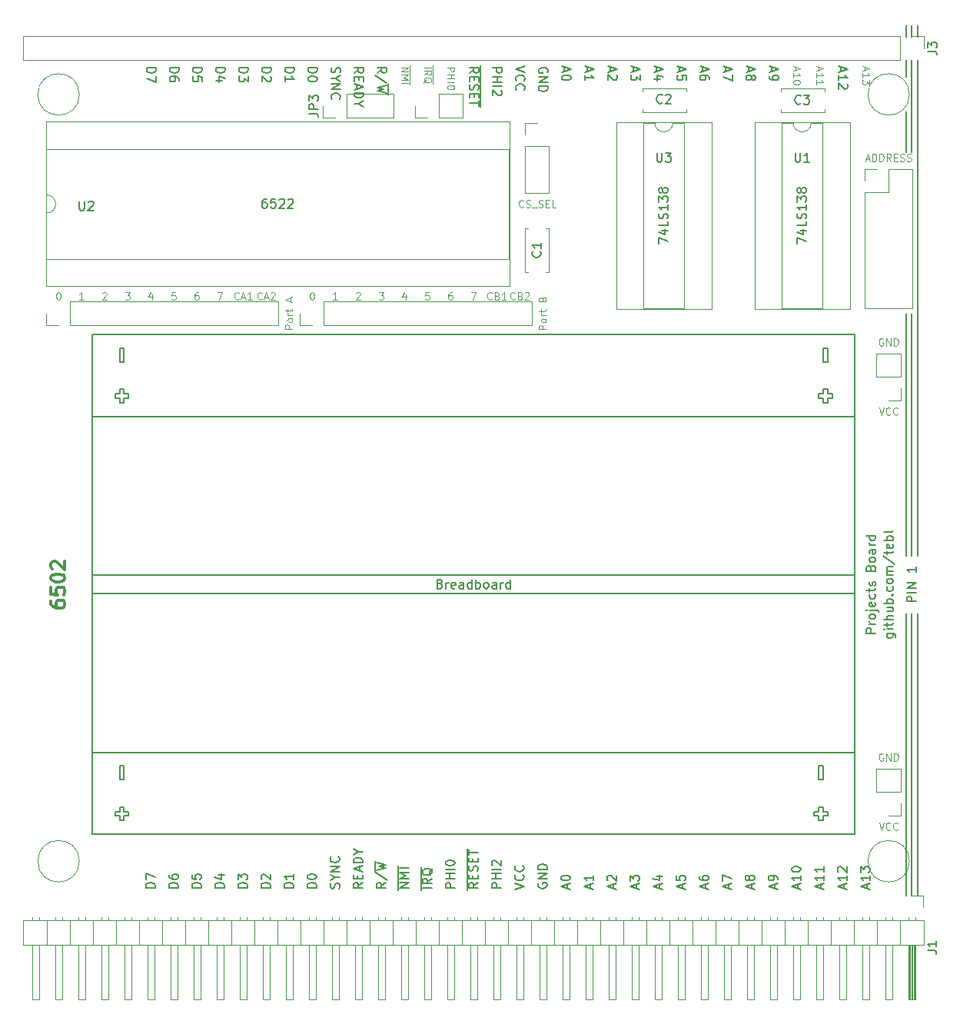
<source format=gto>
G04 #@! TF.FileFunction,Legend,Top*
%FSLAX46Y46*%
G04 Gerber Fmt 4.6, Leading zero omitted, Abs format (unit mm)*
G04 Created by KiCad (PCBNEW 4.0.7) date 12/31/19 00:51:34*
%MOMM*%
%LPD*%
G01*
G04 APERTURE LIST*
%ADD10C,0.100000*%
%ADD11C,0.200000*%
%ADD12C,0.150000*%
%ADD13C,0.300000*%
%ADD14C,0.120000*%
G04 APERTURE END LIST*
D10*
X126523810Y-78390714D02*
X126485715Y-78428810D01*
X126371429Y-78466905D01*
X126295239Y-78466905D01*
X126180953Y-78428810D01*
X126104762Y-78352619D01*
X126066667Y-78276429D01*
X126028572Y-78124048D01*
X126028572Y-78009762D01*
X126066667Y-77857381D01*
X126104762Y-77781190D01*
X126180953Y-77705000D01*
X126295239Y-77666905D01*
X126371429Y-77666905D01*
X126485715Y-77705000D01*
X126523810Y-77743095D01*
X126828572Y-78238333D02*
X127209524Y-78238333D01*
X126752381Y-78466905D02*
X127019048Y-77666905D01*
X127285715Y-78466905D01*
X127514286Y-77743095D02*
X127552381Y-77705000D01*
X127628572Y-77666905D01*
X127819048Y-77666905D01*
X127895238Y-77705000D01*
X127933334Y-77743095D01*
X127971429Y-77819286D01*
X127971429Y-77895476D01*
X127933334Y-78009762D01*
X127476191Y-78466905D01*
X127971429Y-78466905D01*
X123983810Y-78390714D02*
X123945715Y-78428810D01*
X123831429Y-78466905D01*
X123755239Y-78466905D01*
X123640953Y-78428810D01*
X123564762Y-78352619D01*
X123526667Y-78276429D01*
X123488572Y-78124048D01*
X123488572Y-78009762D01*
X123526667Y-77857381D01*
X123564762Y-77781190D01*
X123640953Y-77705000D01*
X123755239Y-77666905D01*
X123831429Y-77666905D01*
X123945715Y-77705000D01*
X123983810Y-77743095D01*
X124288572Y-78238333D02*
X124669524Y-78238333D01*
X124212381Y-78466905D02*
X124479048Y-77666905D01*
X124745715Y-78466905D01*
X125431429Y-78466905D02*
X124974286Y-78466905D01*
X125202857Y-78466905D02*
X125202857Y-77666905D01*
X125126667Y-77781190D01*
X125050476Y-77857381D01*
X124974286Y-77895476D01*
X154406667Y-78390714D02*
X154368572Y-78428810D01*
X154254286Y-78466905D01*
X154178096Y-78466905D01*
X154063810Y-78428810D01*
X153987619Y-78352619D01*
X153949524Y-78276429D01*
X153911429Y-78124048D01*
X153911429Y-78009762D01*
X153949524Y-77857381D01*
X153987619Y-77781190D01*
X154063810Y-77705000D01*
X154178096Y-77666905D01*
X154254286Y-77666905D01*
X154368572Y-77705000D01*
X154406667Y-77743095D01*
X155016191Y-78047857D02*
X155130477Y-78085952D01*
X155168572Y-78124048D01*
X155206667Y-78200238D01*
X155206667Y-78314524D01*
X155168572Y-78390714D01*
X155130477Y-78428810D01*
X155054286Y-78466905D01*
X154749524Y-78466905D01*
X154749524Y-77666905D01*
X155016191Y-77666905D01*
X155092381Y-77705000D01*
X155130477Y-77743095D01*
X155168572Y-77819286D01*
X155168572Y-77895476D01*
X155130477Y-77971667D01*
X155092381Y-78009762D01*
X155016191Y-78047857D01*
X154749524Y-78047857D01*
X155511429Y-77743095D02*
X155549524Y-77705000D01*
X155625715Y-77666905D01*
X155816191Y-77666905D01*
X155892381Y-77705000D01*
X155930477Y-77743095D01*
X155968572Y-77819286D01*
X155968572Y-77895476D01*
X155930477Y-78009762D01*
X155473334Y-78466905D01*
X155968572Y-78466905D01*
X151866667Y-78390714D02*
X151828572Y-78428810D01*
X151714286Y-78466905D01*
X151638096Y-78466905D01*
X151523810Y-78428810D01*
X151447619Y-78352619D01*
X151409524Y-78276429D01*
X151371429Y-78124048D01*
X151371429Y-78009762D01*
X151409524Y-77857381D01*
X151447619Y-77781190D01*
X151523810Y-77705000D01*
X151638096Y-77666905D01*
X151714286Y-77666905D01*
X151828572Y-77705000D01*
X151866667Y-77743095D01*
X152476191Y-78047857D02*
X152590477Y-78085952D01*
X152628572Y-78124048D01*
X152666667Y-78200238D01*
X152666667Y-78314524D01*
X152628572Y-78390714D01*
X152590477Y-78428810D01*
X152514286Y-78466905D01*
X152209524Y-78466905D01*
X152209524Y-77666905D01*
X152476191Y-77666905D01*
X152552381Y-77705000D01*
X152590477Y-77743095D01*
X152628572Y-77819286D01*
X152628572Y-77895476D01*
X152590477Y-77971667D01*
X152552381Y-78009762D01*
X152476191Y-78047857D01*
X152209524Y-78047857D01*
X153428572Y-78466905D02*
X152971429Y-78466905D01*
X153200000Y-78466905D02*
X153200000Y-77666905D01*
X153123810Y-77781190D01*
X153047619Y-77857381D01*
X152971429Y-77895476D01*
X121653334Y-77666905D02*
X122186667Y-77666905D01*
X121843810Y-78466905D01*
X119532381Y-77666905D02*
X119380000Y-77666905D01*
X119303810Y-77705000D01*
X119265715Y-77743095D01*
X119189524Y-77857381D01*
X119151429Y-78009762D01*
X119151429Y-78314524D01*
X119189524Y-78390714D01*
X119227619Y-78428810D01*
X119303810Y-78466905D01*
X119456191Y-78466905D01*
X119532381Y-78428810D01*
X119570477Y-78390714D01*
X119608572Y-78314524D01*
X119608572Y-78124048D01*
X119570477Y-78047857D01*
X119532381Y-78009762D01*
X119456191Y-77971667D01*
X119303810Y-77971667D01*
X119227619Y-78009762D01*
X119189524Y-78047857D01*
X119151429Y-78124048D01*
X117030477Y-77666905D02*
X116649524Y-77666905D01*
X116611429Y-78047857D01*
X116649524Y-78009762D01*
X116725715Y-77971667D01*
X116916191Y-77971667D01*
X116992381Y-78009762D01*
X117030477Y-78047857D01*
X117068572Y-78124048D01*
X117068572Y-78314524D01*
X117030477Y-78390714D01*
X116992381Y-78428810D01*
X116916191Y-78466905D01*
X116725715Y-78466905D01*
X116649524Y-78428810D01*
X116611429Y-78390714D01*
X114452381Y-77933571D02*
X114452381Y-78466905D01*
X114261905Y-77628810D02*
X114071429Y-78200238D01*
X114566667Y-78200238D01*
X111493334Y-77666905D02*
X111988572Y-77666905D01*
X111721905Y-77971667D01*
X111836191Y-77971667D01*
X111912381Y-78009762D01*
X111950477Y-78047857D01*
X111988572Y-78124048D01*
X111988572Y-78314524D01*
X111950477Y-78390714D01*
X111912381Y-78428810D01*
X111836191Y-78466905D01*
X111607619Y-78466905D01*
X111531429Y-78428810D01*
X111493334Y-78390714D01*
X108991429Y-77743095D02*
X109029524Y-77705000D01*
X109105715Y-77666905D01*
X109296191Y-77666905D01*
X109372381Y-77705000D01*
X109410477Y-77743095D01*
X109448572Y-77819286D01*
X109448572Y-77895476D01*
X109410477Y-78009762D01*
X108953334Y-78466905D01*
X109448572Y-78466905D01*
X106908572Y-78466905D02*
X106451429Y-78466905D01*
X106680000Y-78466905D02*
X106680000Y-77666905D01*
X106603810Y-77781190D01*
X106527619Y-77857381D01*
X106451429Y-77895476D01*
X104101905Y-77666905D02*
X104178096Y-77666905D01*
X104254286Y-77705000D01*
X104292381Y-77743095D01*
X104330477Y-77819286D01*
X104368572Y-77971667D01*
X104368572Y-78162143D01*
X104330477Y-78314524D01*
X104292381Y-78390714D01*
X104254286Y-78428810D01*
X104178096Y-78466905D01*
X104101905Y-78466905D01*
X104025715Y-78428810D01*
X103987619Y-78390714D01*
X103949524Y-78314524D01*
X103911429Y-78162143D01*
X103911429Y-77971667D01*
X103949524Y-77819286D01*
X103987619Y-77743095D01*
X104025715Y-77705000D01*
X104101905Y-77666905D01*
X134848572Y-78466905D02*
X134391429Y-78466905D01*
X134620000Y-78466905D02*
X134620000Y-77666905D01*
X134543810Y-77781190D01*
X134467619Y-77857381D01*
X134391429Y-77895476D01*
X136931429Y-77743095D02*
X136969524Y-77705000D01*
X137045715Y-77666905D01*
X137236191Y-77666905D01*
X137312381Y-77705000D01*
X137350477Y-77743095D01*
X137388572Y-77819286D01*
X137388572Y-77895476D01*
X137350477Y-78009762D01*
X136893334Y-78466905D01*
X137388572Y-78466905D01*
X139433334Y-77666905D02*
X139928572Y-77666905D01*
X139661905Y-77971667D01*
X139776191Y-77971667D01*
X139852381Y-78009762D01*
X139890477Y-78047857D01*
X139928572Y-78124048D01*
X139928572Y-78314524D01*
X139890477Y-78390714D01*
X139852381Y-78428810D01*
X139776191Y-78466905D01*
X139547619Y-78466905D01*
X139471429Y-78428810D01*
X139433334Y-78390714D01*
X142392381Y-77933571D02*
X142392381Y-78466905D01*
X142201905Y-77628810D02*
X142011429Y-78200238D01*
X142506667Y-78200238D01*
X144970477Y-77666905D02*
X144589524Y-77666905D01*
X144551429Y-78047857D01*
X144589524Y-78009762D01*
X144665715Y-77971667D01*
X144856191Y-77971667D01*
X144932381Y-78009762D01*
X144970477Y-78047857D01*
X145008572Y-78124048D01*
X145008572Y-78314524D01*
X144970477Y-78390714D01*
X144932381Y-78428810D01*
X144856191Y-78466905D01*
X144665715Y-78466905D01*
X144589524Y-78428810D01*
X144551429Y-78390714D01*
X147472381Y-77666905D02*
X147320000Y-77666905D01*
X147243810Y-77705000D01*
X147205715Y-77743095D01*
X147129524Y-77857381D01*
X147091429Y-78009762D01*
X147091429Y-78314524D01*
X147129524Y-78390714D01*
X147167619Y-78428810D01*
X147243810Y-78466905D01*
X147396191Y-78466905D01*
X147472381Y-78428810D01*
X147510477Y-78390714D01*
X147548572Y-78314524D01*
X147548572Y-78124048D01*
X147510477Y-78047857D01*
X147472381Y-78009762D01*
X147396191Y-77971667D01*
X147243810Y-77971667D01*
X147167619Y-78009762D01*
X147129524Y-78047857D01*
X147091429Y-78124048D01*
X149593334Y-77666905D02*
X150126667Y-77666905D01*
X149783810Y-78466905D01*
X132041905Y-77666905D02*
X132118096Y-77666905D01*
X132194286Y-77705000D01*
X132232381Y-77743095D01*
X132270477Y-77819286D01*
X132308572Y-77971667D01*
X132308572Y-78162143D01*
X132270477Y-78314524D01*
X132232381Y-78390714D01*
X132194286Y-78428810D01*
X132118096Y-78466905D01*
X132041905Y-78466905D01*
X131965715Y-78428810D01*
X131927619Y-78390714D01*
X131889524Y-78314524D01*
X131851429Y-78162143D01*
X131851429Y-77971667D01*
X131889524Y-77819286D01*
X131927619Y-77743095D01*
X131965715Y-77705000D01*
X132041905Y-77666905D01*
D11*
X198120000Y-62230000D02*
X198120000Y-52070000D01*
X197485000Y-57785000D02*
X197485000Y-62230000D01*
D10*
X194970477Y-128505000D02*
X194894286Y-128466905D01*
X194780001Y-128466905D01*
X194665715Y-128505000D01*
X194589524Y-128581190D01*
X194551429Y-128657381D01*
X194513334Y-128809762D01*
X194513334Y-128924048D01*
X194551429Y-129076429D01*
X194589524Y-129152619D01*
X194665715Y-129228810D01*
X194780001Y-129266905D01*
X194856191Y-129266905D01*
X194970477Y-129228810D01*
X195008572Y-129190714D01*
X195008572Y-128924048D01*
X194856191Y-128924048D01*
X195351429Y-129266905D02*
X195351429Y-128466905D01*
X195808572Y-129266905D01*
X195808572Y-128466905D01*
X196189524Y-129266905D02*
X196189524Y-128466905D01*
X196380000Y-128466905D01*
X196494286Y-128505000D01*
X196570477Y-128581190D01*
X196608572Y-128657381D01*
X196646667Y-128809762D01*
X196646667Y-128924048D01*
X196608572Y-129076429D01*
X196570477Y-129152619D01*
X196494286Y-129228810D01*
X196380000Y-129266905D01*
X196189524Y-129266905D01*
X194513333Y-136086905D02*
X194780000Y-136886905D01*
X195046667Y-136086905D01*
X195770476Y-136810714D02*
X195732381Y-136848810D01*
X195618095Y-136886905D01*
X195541905Y-136886905D01*
X195427619Y-136848810D01*
X195351428Y-136772619D01*
X195313333Y-136696429D01*
X195275238Y-136544048D01*
X195275238Y-136429762D01*
X195313333Y-136277381D01*
X195351428Y-136201190D01*
X195427619Y-136125000D01*
X195541905Y-136086905D01*
X195618095Y-136086905D01*
X195732381Y-136125000D01*
X195770476Y-136163095D01*
X196570476Y-136810714D02*
X196532381Y-136848810D01*
X196418095Y-136886905D01*
X196341905Y-136886905D01*
X196227619Y-136848810D01*
X196151428Y-136772619D01*
X196113333Y-136696429D01*
X196075238Y-136544048D01*
X196075238Y-136429762D01*
X196113333Y-136277381D01*
X196151428Y-136201190D01*
X196227619Y-136125000D01*
X196341905Y-136086905D01*
X196418095Y-136086905D01*
X196532381Y-136125000D01*
X196570476Y-136163095D01*
X194970477Y-82785000D02*
X194894286Y-82746905D01*
X194780001Y-82746905D01*
X194665715Y-82785000D01*
X194589524Y-82861190D01*
X194551429Y-82937381D01*
X194513334Y-83089762D01*
X194513334Y-83204048D01*
X194551429Y-83356429D01*
X194589524Y-83432619D01*
X194665715Y-83508810D01*
X194780001Y-83546905D01*
X194856191Y-83546905D01*
X194970477Y-83508810D01*
X195008572Y-83470714D01*
X195008572Y-83204048D01*
X194856191Y-83204048D01*
X195351429Y-83546905D02*
X195351429Y-82746905D01*
X195808572Y-83546905D01*
X195808572Y-82746905D01*
X196189524Y-83546905D02*
X196189524Y-82746905D01*
X196380000Y-82746905D01*
X196494286Y-82785000D01*
X196570477Y-82861190D01*
X196608572Y-82937381D01*
X196646667Y-83089762D01*
X196646667Y-83204048D01*
X196608572Y-83356429D01*
X196570477Y-83432619D01*
X196494286Y-83508810D01*
X196380000Y-83546905D01*
X196189524Y-83546905D01*
X194513333Y-90366905D02*
X194780000Y-91166905D01*
X195046667Y-90366905D01*
X195770476Y-91090714D02*
X195732381Y-91128810D01*
X195618095Y-91166905D01*
X195541905Y-91166905D01*
X195427619Y-91128810D01*
X195351428Y-91052619D01*
X195313333Y-90976429D01*
X195275238Y-90824048D01*
X195275238Y-90709762D01*
X195313333Y-90557381D01*
X195351428Y-90481190D01*
X195427619Y-90405000D01*
X195541905Y-90366905D01*
X195618095Y-90366905D01*
X195732381Y-90405000D01*
X195770476Y-90443095D01*
X196570476Y-91090714D02*
X196532381Y-91128810D01*
X196418095Y-91166905D01*
X196341905Y-91166905D01*
X196227619Y-91128810D01*
X196151428Y-91052619D01*
X196113333Y-90976429D01*
X196075238Y-90824048D01*
X196075238Y-90709762D01*
X196113333Y-90557381D01*
X196151428Y-90481190D01*
X196227619Y-90405000D01*
X196341905Y-90366905D01*
X196418095Y-90366905D01*
X196532381Y-90405000D01*
X196570476Y-90443095D01*
D11*
X197485000Y-52070000D02*
X197485000Y-53975000D01*
X198755000Y-80010000D02*
X198755000Y-52070000D01*
X198755000Y-106680000D02*
X198755000Y-80010000D01*
X198120000Y-80010000D02*
X198120000Y-106680000D01*
X197485000Y-106680000D02*
X197485000Y-80010000D01*
D10*
X146958095Y-52895476D02*
X147758095Y-52895476D01*
X147758095Y-53200238D01*
X147720000Y-53276429D01*
X147681905Y-53314524D01*
X147605714Y-53352619D01*
X147491429Y-53352619D01*
X147415238Y-53314524D01*
X147377143Y-53276429D01*
X147339048Y-53200238D01*
X147339048Y-52895476D01*
X146958095Y-53695476D02*
X147758095Y-53695476D01*
X147377143Y-53695476D02*
X147377143Y-54152619D01*
X146958095Y-54152619D02*
X147758095Y-54152619D01*
X146958095Y-54533571D02*
X147758095Y-54533571D01*
X147758095Y-55066904D02*
X147758095Y-55143095D01*
X147720000Y-55219285D01*
X147681905Y-55257380D01*
X147605714Y-55295476D01*
X147453333Y-55333571D01*
X147262857Y-55333571D01*
X147110476Y-55295476D01*
X147034286Y-55257380D01*
X146996190Y-55219285D01*
X146958095Y-55143095D01*
X146958095Y-55066904D01*
X146996190Y-54990714D01*
X147034286Y-54952618D01*
X147110476Y-54914523D01*
X147262857Y-54876428D01*
X147453333Y-54876428D01*
X147605714Y-54914523D01*
X147681905Y-54952618D01*
X147720000Y-54990714D01*
X147758095Y-55066904D01*
D12*
X147772381Y-143271905D02*
X146772381Y-143271905D01*
X146772381Y-142890952D01*
X146820000Y-142795714D01*
X146867619Y-142748095D01*
X146962857Y-142700476D01*
X147105714Y-142700476D01*
X147200952Y-142748095D01*
X147248571Y-142795714D01*
X147296190Y-142890952D01*
X147296190Y-143271905D01*
X147772381Y-142271905D02*
X146772381Y-142271905D01*
X147248571Y-142271905D02*
X147248571Y-141700476D01*
X147772381Y-141700476D02*
X146772381Y-141700476D01*
X147772381Y-141224286D02*
X146772381Y-141224286D01*
X146772381Y-140557620D02*
X146772381Y-140462381D01*
X146820000Y-140367143D01*
X146867619Y-140319524D01*
X146962857Y-140271905D01*
X147153333Y-140224286D01*
X147391429Y-140224286D01*
X147581905Y-140271905D01*
X147677143Y-140319524D01*
X147724762Y-140367143D01*
X147772381Y-140462381D01*
X147772381Y-140557620D01*
X147724762Y-140652858D01*
X147677143Y-140700477D01*
X147581905Y-140748096D01*
X147391429Y-140795715D01*
X147153333Y-140795715D01*
X146962857Y-140748096D01*
X146867619Y-140700477D01*
X146820000Y-140652858D01*
X146772381Y-140557620D01*
D10*
X192906667Y-52857381D02*
X192906667Y-53238333D01*
X192678095Y-52781190D02*
X193478095Y-53047857D01*
X192678095Y-53314524D01*
X192678095Y-54000238D02*
X192678095Y-53543095D01*
X192678095Y-53771666D02*
X193478095Y-53771666D01*
X193363810Y-53695476D01*
X193287619Y-53619285D01*
X193249524Y-53543095D01*
X193478095Y-54266905D02*
X193478095Y-54762143D01*
X193173333Y-54495476D01*
X193173333Y-54609762D01*
X193135238Y-54685952D01*
X193097143Y-54724048D01*
X193020952Y-54762143D01*
X192830476Y-54762143D01*
X192754286Y-54724048D01*
X192716190Y-54685952D01*
X192678095Y-54609762D01*
X192678095Y-54381190D01*
X192716190Y-54305000D01*
X192754286Y-54266905D01*
D12*
X190333333Y-52895476D02*
X190333333Y-53371667D01*
X190047619Y-52800238D02*
X191047619Y-53133571D01*
X190047619Y-53466905D01*
X190047619Y-54324048D02*
X190047619Y-53752619D01*
X190047619Y-54038333D02*
X191047619Y-54038333D01*
X190904762Y-53943095D01*
X190809524Y-53847857D01*
X190761905Y-53752619D01*
X190952381Y-54705000D02*
X191000000Y-54752619D01*
X191047619Y-54847857D01*
X191047619Y-55085953D01*
X191000000Y-55181191D01*
X190952381Y-55228810D01*
X190857143Y-55276429D01*
X190761905Y-55276429D01*
X190619048Y-55228810D01*
X190047619Y-54657381D01*
X190047619Y-55276429D01*
D10*
X187826667Y-52857381D02*
X187826667Y-53238333D01*
X187598095Y-52781190D02*
X188398095Y-53047857D01*
X187598095Y-53314524D01*
X187598095Y-54000238D02*
X187598095Y-53543095D01*
X187598095Y-53771666D02*
X188398095Y-53771666D01*
X188283810Y-53695476D01*
X188207619Y-53619285D01*
X188169524Y-53543095D01*
X187598095Y-54762143D02*
X187598095Y-54305000D01*
X187598095Y-54533571D02*
X188398095Y-54533571D01*
X188283810Y-54457381D01*
X188207619Y-54381190D01*
X188169524Y-54305000D01*
X185286667Y-52857381D02*
X185286667Y-53238333D01*
X185058095Y-52781190D02*
X185858095Y-53047857D01*
X185058095Y-53314524D01*
X185058095Y-54000238D02*
X185058095Y-53543095D01*
X185058095Y-53771666D02*
X185858095Y-53771666D01*
X185743810Y-53695476D01*
X185667619Y-53619285D01*
X185629524Y-53543095D01*
X185858095Y-54495476D02*
X185858095Y-54571667D01*
X185820000Y-54647857D01*
X185781905Y-54685952D01*
X185705714Y-54724048D01*
X185553333Y-54762143D01*
X185362857Y-54762143D01*
X185210476Y-54724048D01*
X185134286Y-54685952D01*
X185096190Y-54647857D01*
X185058095Y-54571667D01*
X185058095Y-54495476D01*
X185096190Y-54419286D01*
X185134286Y-54381190D01*
X185210476Y-54343095D01*
X185362857Y-54305000D01*
X185553333Y-54305000D01*
X185705714Y-54343095D01*
X185781905Y-54381190D01*
X185820000Y-54419286D01*
X185858095Y-54495476D01*
D12*
X182713333Y-52895476D02*
X182713333Y-53371667D01*
X182427619Y-52800238D02*
X183427619Y-53133571D01*
X182427619Y-53466905D01*
X182427619Y-53847857D02*
X182427619Y-54038333D01*
X182475238Y-54133572D01*
X182522857Y-54181191D01*
X182665714Y-54276429D01*
X182856190Y-54324048D01*
X183237143Y-54324048D01*
X183332381Y-54276429D01*
X183380000Y-54228810D01*
X183427619Y-54133572D01*
X183427619Y-53943095D01*
X183380000Y-53847857D01*
X183332381Y-53800238D01*
X183237143Y-53752619D01*
X182999048Y-53752619D01*
X182903810Y-53800238D01*
X182856190Y-53847857D01*
X182808571Y-53943095D01*
X182808571Y-54133572D01*
X182856190Y-54228810D01*
X182903810Y-54276429D01*
X182999048Y-54324048D01*
X180173333Y-52895476D02*
X180173333Y-53371667D01*
X179887619Y-52800238D02*
X180887619Y-53133571D01*
X179887619Y-53466905D01*
X180459048Y-53943095D02*
X180506667Y-53847857D01*
X180554286Y-53800238D01*
X180649524Y-53752619D01*
X180697143Y-53752619D01*
X180792381Y-53800238D01*
X180840000Y-53847857D01*
X180887619Y-53943095D01*
X180887619Y-54133572D01*
X180840000Y-54228810D01*
X180792381Y-54276429D01*
X180697143Y-54324048D01*
X180649524Y-54324048D01*
X180554286Y-54276429D01*
X180506667Y-54228810D01*
X180459048Y-54133572D01*
X180459048Y-53943095D01*
X180411429Y-53847857D01*
X180363810Y-53800238D01*
X180268571Y-53752619D01*
X180078095Y-53752619D01*
X179982857Y-53800238D01*
X179935238Y-53847857D01*
X179887619Y-53943095D01*
X179887619Y-54133572D01*
X179935238Y-54228810D01*
X179982857Y-54276429D01*
X180078095Y-54324048D01*
X180268571Y-54324048D01*
X180363810Y-54276429D01*
X180411429Y-54228810D01*
X180459048Y-54133572D01*
X177633333Y-52895476D02*
X177633333Y-53371667D01*
X177347619Y-52800238D02*
X178347619Y-53133571D01*
X177347619Y-53466905D01*
X178347619Y-53705000D02*
X178347619Y-54371667D01*
X177347619Y-53943095D01*
X175093333Y-52895476D02*
X175093333Y-53371667D01*
X174807619Y-52800238D02*
X175807619Y-53133571D01*
X174807619Y-53466905D01*
X175807619Y-54228810D02*
X175807619Y-54038333D01*
X175760000Y-53943095D01*
X175712381Y-53895476D01*
X175569524Y-53800238D01*
X175379048Y-53752619D01*
X174998095Y-53752619D01*
X174902857Y-53800238D01*
X174855238Y-53847857D01*
X174807619Y-53943095D01*
X174807619Y-54133572D01*
X174855238Y-54228810D01*
X174902857Y-54276429D01*
X174998095Y-54324048D01*
X175236190Y-54324048D01*
X175331429Y-54276429D01*
X175379048Y-54228810D01*
X175426667Y-54133572D01*
X175426667Y-53943095D01*
X175379048Y-53847857D01*
X175331429Y-53800238D01*
X175236190Y-53752619D01*
X172553333Y-52895476D02*
X172553333Y-53371667D01*
X172267619Y-52800238D02*
X173267619Y-53133571D01*
X172267619Y-53466905D01*
X173267619Y-54276429D02*
X173267619Y-53800238D01*
X172791429Y-53752619D01*
X172839048Y-53800238D01*
X172886667Y-53895476D01*
X172886667Y-54133572D01*
X172839048Y-54228810D01*
X172791429Y-54276429D01*
X172696190Y-54324048D01*
X172458095Y-54324048D01*
X172362857Y-54276429D01*
X172315238Y-54228810D01*
X172267619Y-54133572D01*
X172267619Y-53895476D01*
X172315238Y-53800238D01*
X172362857Y-53752619D01*
X170013333Y-52895476D02*
X170013333Y-53371667D01*
X169727619Y-52800238D02*
X170727619Y-53133571D01*
X169727619Y-53466905D01*
X170394286Y-54228810D02*
X169727619Y-54228810D01*
X170775238Y-53990714D02*
X170060952Y-53752619D01*
X170060952Y-54371667D01*
X167473333Y-52895476D02*
X167473333Y-53371667D01*
X167187619Y-52800238D02*
X168187619Y-53133571D01*
X167187619Y-53466905D01*
X168187619Y-53705000D02*
X168187619Y-54324048D01*
X167806667Y-53990714D01*
X167806667Y-54133572D01*
X167759048Y-54228810D01*
X167711429Y-54276429D01*
X167616190Y-54324048D01*
X167378095Y-54324048D01*
X167282857Y-54276429D01*
X167235238Y-54228810D01*
X167187619Y-54133572D01*
X167187619Y-53847857D01*
X167235238Y-53752619D01*
X167282857Y-53705000D01*
X164933333Y-52895476D02*
X164933333Y-53371667D01*
X164647619Y-52800238D02*
X165647619Y-53133571D01*
X164647619Y-53466905D01*
X165552381Y-53752619D02*
X165600000Y-53800238D01*
X165647619Y-53895476D01*
X165647619Y-54133572D01*
X165600000Y-54228810D01*
X165552381Y-54276429D01*
X165457143Y-54324048D01*
X165361905Y-54324048D01*
X165219048Y-54276429D01*
X164647619Y-53705000D01*
X164647619Y-54324048D01*
X162393333Y-52895476D02*
X162393333Y-53371667D01*
X162107619Y-52800238D02*
X163107619Y-53133571D01*
X162107619Y-53466905D01*
X162107619Y-54324048D02*
X162107619Y-53752619D01*
X162107619Y-54038333D02*
X163107619Y-54038333D01*
X162964762Y-53943095D01*
X162869524Y-53847857D01*
X162821905Y-53752619D01*
X159853333Y-52895476D02*
X159853333Y-53371667D01*
X159567619Y-52800238D02*
X160567619Y-53133571D01*
X159567619Y-53466905D01*
X160567619Y-53990714D02*
X160567619Y-54085953D01*
X160520000Y-54181191D01*
X160472381Y-54228810D01*
X160377143Y-54276429D01*
X160186667Y-54324048D01*
X159948571Y-54324048D01*
X159758095Y-54276429D01*
X159662857Y-54228810D01*
X159615238Y-54181191D01*
X159567619Y-54085953D01*
X159567619Y-53990714D01*
X159615238Y-53895476D01*
X159662857Y-53847857D01*
X159758095Y-53800238D01*
X159948571Y-53752619D01*
X160186667Y-53752619D01*
X160377143Y-53800238D01*
X160472381Y-53847857D01*
X160520000Y-53895476D01*
X160567619Y-53990714D01*
X157980000Y-53466905D02*
X158027619Y-53371667D01*
X158027619Y-53228810D01*
X157980000Y-53085952D01*
X157884762Y-52990714D01*
X157789524Y-52943095D01*
X157599048Y-52895476D01*
X157456190Y-52895476D01*
X157265714Y-52943095D01*
X157170476Y-52990714D01*
X157075238Y-53085952D01*
X157027619Y-53228810D01*
X157027619Y-53324048D01*
X157075238Y-53466905D01*
X157122857Y-53514524D01*
X157456190Y-53514524D01*
X157456190Y-53324048D01*
X157027619Y-53943095D02*
X158027619Y-53943095D01*
X157027619Y-54514524D01*
X158027619Y-54514524D01*
X157027619Y-54990714D02*
X158027619Y-54990714D01*
X158027619Y-55228809D01*
X157980000Y-55371667D01*
X157884762Y-55466905D01*
X157789524Y-55514524D01*
X157599048Y-55562143D01*
X157456190Y-55562143D01*
X157265714Y-55514524D01*
X157170476Y-55466905D01*
X157075238Y-55371667D01*
X157027619Y-55228809D01*
X157027619Y-54990714D01*
X155487619Y-52800238D02*
X154487619Y-53133571D01*
X155487619Y-53466905D01*
X154582857Y-54371667D02*
X154535238Y-54324048D01*
X154487619Y-54181191D01*
X154487619Y-54085953D01*
X154535238Y-53943095D01*
X154630476Y-53847857D01*
X154725714Y-53800238D01*
X154916190Y-53752619D01*
X155059048Y-53752619D01*
X155249524Y-53800238D01*
X155344762Y-53847857D01*
X155440000Y-53943095D01*
X155487619Y-54085953D01*
X155487619Y-54181191D01*
X155440000Y-54324048D01*
X155392381Y-54371667D01*
X154582857Y-55371667D02*
X154535238Y-55324048D01*
X154487619Y-55181191D01*
X154487619Y-55085953D01*
X154535238Y-54943095D01*
X154630476Y-54847857D01*
X154725714Y-54800238D01*
X154916190Y-54752619D01*
X155059048Y-54752619D01*
X155249524Y-54800238D01*
X155344762Y-54847857D01*
X155440000Y-54943095D01*
X155487619Y-55085953D01*
X155487619Y-55181191D01*
X155440000Y-55324048D01*
X155392381Y-55371667D01*
X151947619Y-52943095D02*
X152947619Y-52943095D01*
X152947619Y-53324048D01*
X152900000Y-53419286D01*
X152852381Y-53466905D01*
X152757143Y-53514524D01*
X152614286Y-53514524D01*
X152519048Y-53466905D01*
X152471429Y-53419286D01*
X152423810Y-53324048D01*
X152423810Y-52943095D01*
X151947619Y-53943095D02*
X152947619Y-53943095D01*
X152471429Y-53943095D02*
X152471429Y-54514524D01*
X151947619Y-54514524D02*
X152947619Y-54514524D01*
X151947619Y-54990714D02*
X152947619Y-54990714D01*
X152852381Y-55419285D02*
X152900000Y-55466904D01*
X152947619Y-55562142D01*
X152947619Y-55800238D01*
X152900000Y-55895476D01*
X152852381Y-55943095D01*
X152757143Y-55990714D01*
X152661905Y-55990714D01*
X152519048Y-55943095D01*
X151947619Y-55371666D01*
X151947619Y-55990714D01*
X149407619Y-53514524D02*
X149883810Y-53181190D01*
X149407619Y-52943095D02*
X150407619Y-52943095D01*
X150407619Y-53324048D01*
X150360000Y-53419286D01*
X150312381Y-53466905D01*
X150217143Y-53514524D01*
X150074286Y-53514524D01*
X149979048Y-53466905D01*
X149931429Y-53419286D01*
X149883810Y-53324048D01*
X149883810Y-52943095D01*
X149931429Y-53943095D02*
X149931429Y-54276429D01*
X149407619Y-54419286D02*
X149407619Y-53943095D01*
X150407619Y-53943095D01*
X150407619Y-54419286D01*
X149455238Y-54800238D02*
X149407619Y-54943095D01*
X149407619Y-55181191D01*
X149455238Y-55276429D01*
X149502857Y-55324048D01*
X149598095Y-55371667D01*
X149693333Y-55371667D01*
X149788571Y-55324048D01*
X149836190Y-55276429D01*
X149883810Y-55181191D01*
X149931429Y-54990714D01*
X149979048Y-54895476D01*
X150026667Y-54847857D01*
X150121905Y-54800238D01*
X150217143Y-54800238D01*
X150312381Y-54847857D01*
X150360000Y-54895476D01*
X150407619Y-54990714D01*
X150407619Y-55228810D01*
X150360000Y-55371667D01*
X149931429Y-55800238D02*
X149931429Y-56133572D01*
X149407619Y-56276429D02*
X149407619Y-55800238D01*
X150407619Y-55800238D01*
X150407619Y-56276429D01*
X150407619Y-56562143D02*
X150407619Y-57133572D01*
X149407619Y-56847857D02*
X150407619Y-56847857D01*
X150580000Y-52705000D02*
X150580000Y-57228810D01*
D10*
X144418095Y-52895476D02*
X145218095Y-52895476D01*
X144418095Y-53733571D02*
X144799048Y-53466904D01*
X144418095Y-53276428D02*
X145218095Y-53276428D01*
X145218095Y-53581190D01*
X145180000Y-53657381D01*
X145141905Y-53695476D01*
X145065714Y-53733571D01*
X144951429Y-53733571D01*
X144875238Y-53695476D01*
X144837143Y-53657381D01*
X144799048Y-53581190D01*
X144799048Y-53276428D01*
X144341905Y-54609762D02*
X144380000Y-54533571D01*
X144456190Y-54457381D01*
X144570476Y-54343095D01*
X144608571Y-54266904D01*
X144608571Y-54190714D01*
X144418095Y-54228809D02*
X144456190Y-54152619D01*
X144532381Y-54076428D01*
X144684762Y-54038333D01*
X144951429Y-54038333D01*
X145103810Y-54076428D01*
X145180000Y-54152619D01*
X145218095Y-54228809D01*
X145218095Y-54381190D01*
X145180000Y-54457381D01*
X145103810Y-54533571D01*
X144951429Y-54571666D01*
X144684762Y-54571666D01*
X144532381Y-54533571D01*
X144456190Y-54457381D01*
X144418095Y-54381190D01*
X144418095Y-54228809D01*
X145356000Y-52705000D02*
X145356000Y-54724047D01*
X141878095Y-52895476D02*
X142678095Y-52895476D01*
X141878095Y-53352619D01*
X142678095Y-53352619D01*
X141878095Y-53733571D02*
X142678095Y-53733571D01*
X142106667Y-54000238D01*
X142678095Y-54266905D01*
X141878095Y-54266905D01*
X141878095Y-54647857D02*
X142678095Y-54647857D01*
X142816000Y-52705000D02*
X142816000Y-54838333D01*
D12*
X139247619Y-53514524D02*
X139723810Y-53181190D01*
X139247619Y-52943095D02*
X140247619Y-52943095D01*
X140247619Y-53324048D01*
X140200000Y-53419286D01*
X140152381Y-53466905D01*
X140057143Y-53514524D01*
X139914286Y-53514524D01*
X139819048Y-53466905D01*
X139771429Y-53419286D01*
X139723810Y-53324048D01*
X139723810Y-52943095D01*
X140295238Y-54657381D02*
X139009524Y-53800238D01*
X140247619Y-54895476D02*
X139247619Y-55133571D01*
X139961905Y-55324048D01*
X139247619Y-55514524D01*
X140247619Y-55752619D01*
X140420000Y-54752619D02*
X140420000Y-55895476D01*
X136707619Y-53514524D02*
X137183810Y-53181190D01*
X136707619Y-52943095D02*
X137707619Y-52943095D01*
X137707619Y-53324048D01*
X137660000Y-53419286D01*
X137612381Y-53466905D01*
X137517143Y-53514524D01*
X137374286Y-53514524D01*
X137279048Y-53466905D01*
X137231429Y-53419286D01*
X137183810Y-53324048D01*
X137183810Y-52943095D01*
X137231429Y-53943095D02*
X137231429Y-54276429D01*
X136707619Y-54419286D02*
X136707619Y-53943095D01*
X137707619Y-53943095D01*
X137707619Y-54419286D01*
X136993333Y-54800238D02*
X136993333Y-55276429D01*
X136707619Y-54705000D02*
X137707619Y-55038333D01*
X136707619Y-55371667D01*
X136707619Y-55705000D02*
X137707619Y-55705000D01*
X137707619Y-55943095D01*
X137660000Y-56085953D01*
X137564762Y-56181191D01*
X137469524Y-56228810D01*
X137279048Y-56276429D01*
X137136190Y-56276429D01*
X136945714Y-56228810D01*
X136850476Y-56181191D01*
X136755238Y-56085953D01*
X136707619Y-55943095D01*
X136707619Y-55705000D01*
X137183810Y-56895476D02*
X136707619Y-56895476D01*
X137707619Y-56562143D02*
X137183810Y-56895476D01*
X137707619Y-57228810D01*
X134215238Y-52895476D02*
X134167619Y-53038333D01*
X134167619Y-53276429D01*
X134215238Y-53371667D01*
X134262857Y-53419286D01*
X134358095Y-53466905D01*
X134453333Y-53466905D01*
X134548571Y-53419286D01*
X134596190Y-53371667D01*
X134643810Y-53276429D01*
X134691429Y-53085952D01*
X134739048Y-52990714D01*
X134786667Y-52943095D01*
X134881905Y-52895476D01*
X134977143Y-52895476D01*
X135072381Y-52943095D01*
X135120000Y-52990714D01*
X135167619Y-53085952D01*
X135167619Y-53324048D01*
X135120000Y-53466905D01*
X134643810Y-54085952D02*
X134167619Y-54085952D01*
X135167619Y-53752619D02*
X134643810Y-54085952D01*
X135167619Y-54419286D01*
X134167619Y-54752619D02*
X135167619Y-54752619D01*
X134167619Y-55324048D01*
X135167619Y-55324048D01*
X134262857Y-56371667D02*
X134215238Y-56324048D01*
X134167619Y-56181191D01*
X134167619Y-56085953D01*
X134215238Y-55943095D01*
X134310476Y-55847857D01*
X134405714Y-55800238D01*
X134596190Y-55752619D01*
X134739048Y-55752619D01*
X134929524Y-55800238D01*
X135024762Y-55847857D01*
X135120000Y-55943095D01*
X135167619Y-56085953D01*
X135167619Y-56181191D01*
X135120000Y-56324048D01*
X135072381Y-56371667D01*
X131627619Y-52943095D02*
X132627619Y-52943095D01*
X132627619Y-53181190D01*
X132580000Y-53324048D01*
X132484762Y-53419286D01*
X132389524Y-53466905D01*
X132199048Y-53514524D01*
X132056190Y-53514524D01*
X131865714Y-53466905D01*
X131770476Y-53419286D01*
X131675238Y-53324048D01*
X131627619Y-53181190D01*
X131627619Y-52943095D01*
X132627619Y-54133571D02*
X132627619Y-54228810D01*
X132580000Y-54324048D01*
X132532381Y-54371667D01*
X132437143Y-54419286D01*
X132246667Y-54466905D01*
X132008571Y-54466905D01*
X131818095Y-54419286D01*
X131722857Y-54371667D01*
X131675238Y-54324048D01*
X131627619Y-54228810D01*
X131627619Y-54133571D01*
X131675238Y-54038333D01*
X131722857Y-53990714D01*
X131818095Y-53943095D01*
X132008571Y-53895476D01*
X132246667Y-53895476D01*
X132437143Y-53943095D01*
X132532381Y-53990714D01*
X132580000Y-54038333D01*
X132627619Y-54133571D01*
X129087619Y-52943095D02*
X130087619Y-52943095D01*
X130087619Y-53181190D01*
X130040000Y-53324048D01*
X129944762Y-53419286D01*
X129849524Y-53466905D01*
X129659048Y-53514524D01*
X129516190Y-53514524D01*
X129325714Y-53466905D01*
X129230476Y-53419286D01*
X129135238Y-53324048D01*
X129087619Y-53181190D01*
X129087619Y-52943095D01*
X129087619Y-54466905D02*
X129087619Y-53895476D01*
X129087619Y-54181190D02*
X130087619Y-54181190D01*
X129944762Y-54085952D01*
X129849524Y-53990714D01*
X129801905Y-53895476D01*
X126547619Y-52943095D02*
X127547619Y-52943095D01*
X127547619Y-53181190D01*
X127500000Y-53324048D01*
X127404762Y-53419286D01*
X127309524Y-53466905D01*
X127119048Y-53514524D01*
X126976190Y-53514524D01*
X126785714Y-53466905D01*
X126690476Y-53419286D01*
X126595238Y-53324048D01*
X126547619Y-53181190D01*
X126547619Y-52943095D01*
X127452381Y-53895476D02*
X127500000Y-53943095D01*
X127547619Y-54038333D01*
X127547619Y-54276429D01*
X127500000Y-54371667D01*
X127452381Y-54419286D01*
X127357143Y-54466905D01*
X127261905Y-54466905D01*
X127119048Y-54419286D01*
X126547619Y-53847857D01*
X126547619Y-54466905D01*
X124007619Y-52943095D02*
X125007619Y-52943095D01*
X125007619Y-53181190D01*
X124960000Y-53324048D01*
X124864762Y-53419286D01*
X124769524Y-53466905D01*
X124579048Y-53514524D01*
X124436190Y-53514524D01*
X124245714Y-53466905D01*
X124150476Y-53419286D01*
X124055238Y-53324048D01*
X124007619Y-53181190D01*
X124007619Y-52943095D01*
X125007619Y-53847857D02*
X125007619Y-54466905D01*
X124626667Y-54133571D01*
X124626667Y-54276429D01*
X124579048Y-54371667D01*
X124531429Y-54419286D01*
X124436190Y-54466905D01*
X124198095Y-54466905D01*
X124102857Y-54419286D01*
X124055238Y-54371667D01*
X124007619Y-54276429D01*
X124007619Y-53990714D01*
X124055238Y-53895476D01*
X124102857Y-53847857D01*
X121467619Y-52943095D02*
X122467619Y-52943095D01*
X122467619Y-53181190D01*
X122420000Y-53324048D01*
X122324762Y-53419286D01*
X122229524Y-53466905D01*
X122039048Y-53514524D01*
X121896190Y-53514524D01*
X121705714Y-53466905D01*
X121610476Y-53419286D01*
X121515238Y-53324048D01*
X121467619Y-53181190D01*
X121467619Y-52943095D01*
X122134286Y-54371667D02*
X121467619Y-54371667D01*
X122515238Y-54133571D02*
X121800952Y-53895476D01*
X121800952Y-54514524D01*
X118927619Y-52943095D02*
X119927619Y-52943095D01*
X119927619Y-53181190D01*
X119880000Y-53324048D01*
X119784762Y-53419286D01*
X119689524Y-53466905D01*
X119499048Y-53514524D01*
X119356190Y-53514524D01*
X119165714Y-53466905D01*
X119070476Y-53419286D01*
X118975238Y-53324048D01*
X118927619Y-53181190D01*
X118927619Y-52943095D01*
X119927619Y-54419286D02*
X119927619Y-53943095D01*
X119451429Y-53895476D01*
X119499048Y-53943095D01*
X119546667Y-54038333D01*
X119546667Y-54276429D01*
X119499048Y-54371667D01*
X119451429Y-54419286D01*
X119356190Y-54466905D01*
X119118095Y-54466905D01*
X119022857Y-54419286D01*
X118975238Y-54371667D01*
X118927619Y-54276429D01*
X118927619Y-54038333D01*
X118975238Y-53943095D01*
X119022857Y-53895476D01*
X116387619Y-52943095D02*
X117387619Y-52943095D01*
X117387619Y-53181190D01*
X117340000Y-53324048D01*
X117244762Y-53419286D01*
X117149524Y-53466905D01*
X116959048Y-53514524D01*
X116816190Y-53514524D01*
X116625714Y-53466905D01*
X116530476Y-53419286D01*
X116435238Y-53324048D01*
X116387619Y-53181190D01*
X116387619Y-52943095D01*
X117387619Y-54371667D02*
X117387619Y-54181190D01*
X117340000Y-54085952D01*
X117292381Y-54038333D01*
X117149524Y-53943095D01*
X116959048Y-53895476D01*
X116578095Y-53895476D01*
X116482857Y-53943095D01*
X116435238Y-53990714D01*
X116387619Y-54085952D01*
X116387619Y-54276429D01*
X116435238Y-54371667D01*
X116482857Y-54419286D01*
X116578095Y-54466905D01*
X116816190Y-54466905D01*
X116911429Y-54419286D01*
X116959048Y-54371667D01*
X117006667Y-54276429D01*
X117006667Y-54085952D01*
X116959048Y-53990714D01*
X116911429Y-53943095D01*
X116816190Y-53895476D01*
X113847619Y-52943095D02*
X114847619Y-52943095D01*
X114847619Y-53181190D01*
X114800000Y-53324048D01*
X114704762Y-53419286D01*
X114609524Y-53466905D01*
X114419048Y-53514524D01*
X114276190Y-53514524D01*
X114085714Y-53466905D01*
X113990476Y-53419286D01*
X113895238Y-53324048D01*
X113847619Y-53181190D01*
X113847619Y-52943095D01*
X114847619Y-53847857D02*
X114847619Y-54514524D01*
X113847619Y-54085952D01*
X193206667Y-143319524D02*
X193206667Y-142843333D01*
X193492381Y-143414762D02*
X192492381Y-143081429D01*
X193492381Y-142748095D01*
X193492381Y-141890952D02*
X193492381Y-142462381D01*
X193492381Y-142176667D02*
X192492381Y-142176667D01*
X192635238Y-142271905D01*
X192730476Y-142367143D01*
X192778095Y-142462381D01*
X192492381Y-141557619D02*
X192492381Y-140938571D01*
X192873333Y-141271905D01*
X192873333Y-141129047D01*
X192920952Y-141033809D01*
X192968571Y-140986190D01*
X193063810Y-140938571D01*
X193301905Y-140938571D01*
X193397143Y-140986190D01*
X193444762Y-141033809D01*
X193492381Y-141129047D01*
X193492381Y-141414762D01*
X193444762Y-141510000D01*
X193397143Y-141557619D01*
X190666667Y-143319524D02*
X190666667Y-142843333D01*
X190952381Y-143414762D02*
X189952381Y-143081429D01*
X190952381Y-142748095D01*
X190952381Y-141890952D02*
X190952381Y-142462381D01*
X190952381Y-142176667D02*
X189952381Y-142176667D01*
X190095238Y-142271905D01*
X190190476Y-142367143D01*
X190238095Y-142462381D01*
X190047619Y-141510000D02*
X190000000Y-141462381D01*
X189952381Y-141367143D01*
X189952381Y-141129047D01*
X190000000Y-141033809D01*
X190047619Y-140986190D01*
X190142857Y-140938571D01*
X190238095Y-140938571D01*
X190380952Y-140986190D01*
X190952381Y-141557619D01*
X190952381Y-140938571D01*
X188126667Y-143319524D02*
X188126667Y-142843333D01*
X188412381Y-143414762D02*
X187412381Y-143081429D01*
X188412381Y-142748095D01*
X188412381Y-141890952D02*
X188412381Y-142462381D01*
X188412381Y-142176667D02*
X187412381Y-142176667D01*
X187555238Y-142271905D01*
X187650476Y-142367143D01*
X187698095Y-142462381D01*
X188412381Y-140938571D02*
X188412381Y-141510000D01*
X188412381Y-141224286D02*
X187412381Y-141224286D01*
X187555238Y-141319524D01*
X187650476Y-141414762D01*
X187698095Y-141510000D01*
X185586667Y-143319524D02*
X185586667Y-142843333D01*
X185872381Y-143414762D02*
X184872381Y-143081429D01*
X185872381Y-142748095D01*
X185872381Y-141890952D02*
X185872381Y-142462381D01*
X185872381Y-142176667D02*
X184872381Y-142176667D01*
X185015238Y-142271905D01*
X185110476Y-142367143D01*
X185158095Y-142462381D01*
X184872381Y-141271905D02*
X184872381Y-141176666D01*
X184920000Y-141081428D01*
X184967619Y-141033809D01*
X185062857Y-140986190D01*
X185253333Y-140938571D01*
X185491429Y-140938571D01*
X185681905Y-140986190D01*
X185777143Y-141033809D01*
X185824762Y-141081428D01*
X185872381Y-141176666D01*
X185872381Y-141271905D01*
X185824762Y-141367143D01*
X185777143Y-141414762D01*
X185681905Y-141462381D01*
X185491429Y-141510000D01*
X185253333Y-141510000D01*
X185062857Y-141462381D01*
X184967619Y-141414762D01*
X184920000Y-141367143D01*
X184872381Y-141271905D01*
X183046667Y-143319524D02*
X183046667Y-142843333D01*
X183332381Y-143414762D02*
X182332381Y-143081429D01*
X183332381Y-142748095D01*
X183332381Y-142367143D02*
X183332381Y-142176667D01*
X183284762Y-142081428D01*
X183237143Y-142033809D01*
X183094286Y-141938571D01*
X182903810Y-141890952D01*
X182522857Y-141890952D01*
X182427619Y-141938571D01*
X182380000Y-141986190D01*
X182332381Y-142081428D01*
X182332381Y-142271905D01*
X182380000Y-142367143D01*
X182427619Y-142414762D01*
X182522857Y-142462381D01*
X182760952Y-142462381D01*
X182856190Y-142414762D01*
X182903810Y-142367143D01*
X182951429Y-142271905D01*
X182951429Y-142081428D01*
X182903810Y-141986190D01*
X182856190Y-141938571D01*
X182760952Y-141890952D01*
X180506667Y-143319524D02*
X180506667Y-142843333D01*
X180792381Y-143414762D02*
X179792381Y-143081429D01*
X180792381Y-142748095D01*
X180220952Y-142271905D02*
X180173333Y-142367143D01*
X180125714Y-142414762D01*
X180030476Y-142462381D01*
X179982857Y-142462381D01*
X179887619Y-142414762D01*
X179840000Y-142367143D01*
X179792381Y-142271905D01*
X179792381Y-142081428D01*
X179840000Y-141986190D01*
X179887619Y-141938571D01*
X179982857Y-141890952D01*
X180030476Y-141890952D01*
X180125714Y-141938571D01*
X180173333Y-141986190D01*
X180220952Y-142081428D01*
X180220952Y-142271905D01*
X180268571Y-142367143D01*
X180316190Y-142414762D01*
X180411429Y-142462381D01*
X180601905Y-142462381D01*
X180697143Y-142414762D01*
X180744762Y-142367143D01*
X180792381Y-142271905D01*
X180792381Y-142081428D01*
X180744762Y-141986190D01*
X180697143Y-141938571D01*
X180601905Y-141890952D01*
X180411429Y-141890952D01*
X180316190Y-141938571D01*
X180268571Y-141986190D01*
X180220952Y-142081428D01*
X177966667Y-143319524D02*
X177966667Y-142843333D01*
X178252381Y-143414762D02*
X177252381Y-143081429D01*
X178252381Y-142748095D01*
X177252381Y-142510000D02*
X177252381Y-141843333D01*
X178252381Y-142271905D01*
X175426667Y-143319524D02*
X175426667Y-142843333D01*
X175712381Y-143414762D02*
X174712381Y-143081429D01*
X175712381Y-142748095D01*
X174712381Y-141986190D02*
X174712381Y-142176667D01*
X174760000Y-142271905D01*
X174807619Y-142319524D01*
X174950476Y-142414762D01*
X175140952Y-142462381D01*
X175521905Y-142462381D01*
X175617143Y-142414762D01*
X175664762Y-142367143D01*
X175712381Y-142271905D01*
X175712381Y-142081428D01*
X175664762Y-141986190D01*
X175617143Y-141938571D01*
X175521905Y-141890952D01*
X175283810Y-141890952D01*
X175188571Y-141938571D01*
X175140952Y-141986190D01*
X175093333Y-142081428D01*
X175093333Y-142271905D01*
X175140952Y-142367143D01*
X175188571Y-142414762D01*
X175283810Y-142462381D01*
X172886667Y-143319524D02*
X172886667Y-142843333D01*
X173172381Y-143414762D02*
X172172381Y-143081429D01*
X173172381Y-142748095D01*
X172172381Y-141938571D02*
X172172381Y-142414762D01*
X172648571Y-142462381D01*
X172600952Y-142414762D01*
X172553333Y-142319524D01*
X172553333Y-142081428D01*
X172600952Y-141986190D01*
X172648571Y-141938571D01*
X172743810Y-141890952D01*
X172981905Y-141890952D01*
X173077143Y-141938571D01*
X173124762Y-141986190D01*
X173172381Y-142081428D01*
X173172381Y-142319524D01*
X173124762Y-142414762D01*
X173077143Y-142462381D01*
X170346667Y-143319524D02*
X170346667Y-142843333D01*
X170632381Y-143414762D02*
X169632381Y-143081429D01*
X170632381Y-142748095D01*
X169965714Y-141986190D02*
X170632381Y-141986190D01*
X169584762Y-142224286D02*
X170299048Y-142462381D01*
X170299048Y-141843333D01*
X167806667Y-143319524D02*
X167806667Y-142843333D01*
X168092381Y-143414762D02*
X167092381Y-143081429D01*
X168092381Y-142748095D01*
X167092381Y-142510000D02*
X167092381Y-141890952D01*
X167473333Y-142224286D01*
X167473333Y-142081428D01*
X167520952Y-141986190D01*
X167568571Y-141938571D01*
X167663810Y-141890952D01*
X167901905Y-141890952D01*
X167997143Y-141938571D01*
X168044762Y-141986190D01*
X168092381Y-142081428D01*
X168092381Y-142367143D01*
X168044762Y-142462381D01*
X167997143Y-142510000D01*
X165266667Y-143319524D02*
X165266667Y-142843333D01*
X165552381Y-143414762D02*
X164552381Y-143081429D01*
X165552381Y-142748095D01*
X164647619Y-142462381D02*
X164600000Y-142414762D01*
X164552381Y-142319524D01*
X164552381Y-142081428D01*
X164600000Y-141986190D01*
X164647619Y-141938571D01*
X164742857Y-141890952D01*
X164838095Y-141890952D01*
X164980952Y-141938571D01*
X165552381Y-142510000D01*
X165552381Y-141890952D01*
X162726667Y-143319524D02*
X162726667Y-142843333D01*
X163012381Y-143414762D02*
X162012381Y-143081429D01*
X163012381Y-142748095D01*
X163012381Y-141890952D02*
X163012381Y-142462381D01*
X163012381Y-142176667D02*
X162012381Y-142176667D01*
X162155238Y-142271905D01*
X162250476Y-142367143D01*
X162298095Y-142462381D01*
X160186667Y-143319524D02*
X160186667Y-142843333D01*
X160472381Y-143414762D02*
X159472381Y-143081429D01*
X160472381Y-142748095D01*
X159472381Y-142224286D02*
X159472381Y-142129047D01*
X159520000Y-142033809D01*
X159567619Y-141986190D01*
X159662857Y-141938571D01*
X159853333Y-141890952D01*
X160091429Y-141890952D01*
X160281905Y-141938571D01*
X160377143Y-141986190D01*
X160424762Y-142033809D01*
X160472381Y-142129047D01*
X160472381Y-142224286D01*
X160424762Y-142319524D01*
X160377143Y-142367143D01*
X160281905Y-142414762D01*
X160091429Y-142462381D01*
X159853333Y-142462381D01*
X159662857Y-142414762D01*
X159567619Y-142367143D01*
X159520000Y-142319524D01*
X159472381Y-142224286D01*
X156980000Y-142748095D02*
X156932381Y-142843333D01*
X156932381Y-142986190D01*
X156980000Y-143129048D01*
X157075238Y-143224286D01*
X157170476Y-143271905D01*
X157360952Y-143319524D01*
X157503810Y-143319524D01*
X157694286Y-143271905D01*
X157789524Y-143224286D01*
X157884762Y-143129048D01*
X157932381Y-142986190D01*
X157932381Y-142890952D01*
X157884762Y-142748095D01*
X157837143Y-142700476D01*
X157503810Y-142700476D01*
X157503810Y-142890952D01*
X157932381Y-142271905D02*
X156932381Y-142271905D01*
X157932381Y-141700476D01*
X156932381Y-141700476D01*
X157932381Y-141224286D02*
X156932381Y-141224286D01*
X156932381Y-140986191D01*
X156980000Y-140843333D01*
X157075238Y-140748095D01*
X157170476Y-140700476D01*
X157360952Y-140652857D01*
X157503810Y-140652857D01*
X157694286Y-140700476D01*
X157789524Y-140748095D01*
X157884762Y-140843333D01*
X157932381Y-140986191D01*
X157932381Y-141224286D01*
X154392381Y-143414762D02*
X155392381Y-143081429D01*
X154392381Y-142748095D01*
X155297143Y-141843333D02*
X155344762Y-141890952D01*
X155392381Y-142033809D01*
X155392381Y-142129047D01*
X155344762Y-142271905D01*
X155249524Y-142367143D01*
X155154286Y-142414762D01*
X154963810Y-142462381D01*
X154820952Y-142462381D01*
X154630476Y-142414762D01*
X154535238Y-142367143D01*
X154440000Y-142271905D01*
X154392381Y-142129047D01*
X154392381Y-142033809D01*
X154440000Y-141890952D01*
X154487619Y-141843333D01*
X155297143Y-140843333D02*
X155344762Y-140890952D01*
X155392381Y-141033809D01*
X155392381Y-141129047D01*
X155344762Y-141271905D01*
X155249524Y-141367143D01*
X155154286Y-141414762D01*
X154963810Y-141462381D01*
X154820952Y-141462381D01*
X154630476Y-141414762D01*
X154535238Y-141367143D01*
X154440000Y-141271905D01*
X154392381Y-141129047D01*
X154392381Y-141033809D01*
X154440000Y-140890952D01*
X154487619Y-140843333D01*
X152852381Y-143271905D02*
X151852381Y-143271905D01*
X151852381Y-142890952D01*
X151900000Y-142795714D01*
X151947619Y-142748095D01*
X152042857Y-142700476D01*
X152185714Y-142700476D01*
X152280952Y-142748095D01*
X152328571Y-142795714D01*
X152376190Y-142890952D01*
X152376190Y-143271905D01*
X152852381Y-142271905D02*
X151852381Y-142271905D01*
X152328571Y-142271905D02*
X152328571Y-141700476D01*
X152852381Y-141700476D02*
X151852381Y-141700476D01*
X152852381Y-141224286D02*
X151852381Y-141224286D01*
X151947619Y-140795715D02*
X151900000Y-140748096D01*
X151852381Y-140652858D01*
X151852381Y-140414762D01*
X151900000Y-140319524D01*
X151947619Y-140271905D01*
X152042857Y-140224286D01*
X152138095Y-140224286D01*
X152280952Y-140271905D01*
X152852381Y-140843334D01*
X152852381Y-140224286D01*
X150312381Y-142700476D02*
X149836190Y-143033810D01*
X150312381Y-143271905D02*
X149312381Y-143271905D01*
X149312381Y-142890952D01*
X149360000Y-142795714D01*
X149407619Y-142748095D01*
X149502857Y-142700476D01*
X149645714Y-142700476D01*
X149740952Y-142748095D01*
X149788571Y-142795714D01*
X149836190Y-142890952D01*
X149836190Y-143271905D01*
X149788571Y-142271905D02*
X149788571Y-141938571D01*
X150312381Y-141795714D02*
X150312381Y-142271905D01*
X149312381Y-142271905D01*
X149312381Y-141795714D01*
X150264762Y-141414762D02*
X150312381Y-141271905D01*
X150312381Y-141033809D01*
X150264762Y-140938571D01*
X150217143Y-140890952D01*
X150121905Y-140843333D01*
X150026667Y-140843333D01*
X149931429Y-140890952D01*
X149883810Y-140938571D01*
X149836190Y-141033809D01*
X149788571Y-141224286D01*
X149740952Y-141319524D01*
X149693333Y-141367143D01*
X149598095Y-141414762D01*
X149502857Y-141414762D01*
X149407619Y-141367143D01*
X149360000Y-141319524D01*
X149312381Y-141224286D01*
X149312381Y-140986190D01*
X149360000Y-140843333D01*
X149788571Y-140414762D02*
X149788571Y-140081428D01*
X150312381Y-139938571D02*
X150312381Y-140414762D01*
X149312381Y-140414762D01*
X149312381Y-139938571D01*
X149312381Y-139652857D02*
X149312381Y-139081428D01*
X150312381Y-139367143D02*
X149312381Y-139367143D01*
X149140000Y-143510000D02*
X149140000Y-138986190D01*
X145232381Y-143271905D02*
X144232381Y-143271905D01*
X145232381Y-142224286D02*
X144756190Y-142557620D01*
X145232381Y-142795715D02*
X144232381Y-142795715D01*
X144232381Y-142414762D01*
X144280000Y-142319524D01*
X144327619Y-142271905D01*
X144422857Y-142224286D01*
X144565714Y-142224286D01*
X144660952Y-142271905D01*
X144708571Y-142319524D01*
X144756190Y-142414762D01*
X144756190Y-142795715D01*
X145327619Y-141129048D02*
X145280000Y-141224286D01*
X145184762Y-141319524D01*
X145041905Y-141462381D01*
X144994286Y-141557620D01*
X144994286Y-141652858D01*
X145232381Y-141605239D02*
X145184762Y-141700477D01*
X145089524Y-141795715D01*
X144899048Y-141843334D01*
X144565714Y-141843334D01*
X144375238Y-141795715D01*
X144280000Y-141700477D01*
X144232381Y-141605239D01*
X144232381Y-141414762D01*
X144280000Y-141319524D01*
X144375238Y-141224286D01*
X144565714Y-141176667D01*
X144899048Y-141176667D01*
X145089524Y-141224286D01*
X145184762Y-141319524D01*
X145232381Y-141414762D01*
X145232381Y-141605239D01*
X144060000Y-143510000D02*
X144060000Y-140986191D01*
X142692381Y-143271905D02*
X141692381Y-143271905D01*
X142692381Y-142700476D01*
X141692381Y-142700476D01*
X142692381Y-142224286D02*
X141692381Y-142224286D01*
X142406667Y-141890952D01*
X141692381Y-141557619D01*
X142692381Y-141557619D01*
X142692381Y-141081429D02*
X141692381Y-141081429D01*
X141520000Y-143510000D02*
X141520000Y-140843334D01*
X140152381Y-142700476D02*
X139676190Y-143033810D01*
X140152381Y-143271905D02*
X139152381Y-143271905D01*
X139152381Y-142890952D01*
X139200000Y-142795714D01*
X139247619Y-142748095D01*
X139342857Y-142700476D01*
X139485714Y-142700476D01*
X139580952Y-142748095D01*
X139628571Y-142795714D01*
X139676190Y-142890952D01*
X139676190Y-143271905D01*
X139104762Y-141557619D02*
X140390476Y-142414762D01*
X139152381Y-141319524D02*
X140152381Y-141081429D01*
X139438095Y-140890952D01*
X140152381Y-140700476D01*
X139152381Y-140462381D01*
X138980000Y-141462381D02*
X138980000Y-140319524D01*
X137612381Y-142700476D02*
X137136190Y-143033810D01*
X137612381Y-143271905D02*
X136612381Y-143271905D01*
X136612381Y-142890952D01*
X136660000Y-142795714D01*
X136707619Y-142748095D01*
X136802857Y-142700476D01*
X136945714Y-142700476D01*
X137040952Y-142748095D01*
X137088571Y-142795714D01*
X137136190Y-142890952D01*
X137136190Y-143271905D01*
X137088571Y-142271905D02*
X137088571Y-141938571D01*
X137612381Y-141795714D02*
X137612381Y-142271905D01*
X136612381Y-142271905D01*
X136612381Y-141795714D01*
X137326667Y-141414762D02*
X137326667Y-140938571D01*
X137612381Y-141510000D02*
X136612381Y-141176667D01*
X137612381Y-140843333D01*
X137612381Y-140510000D02*
X136612381Y-140510000D01*
X136612381Y-140271905D01*
X136660000Y-140129047D01*
X136755238Y-140033809D01*
X136850476Y-139986190D01*
X137040952Y-139938571D01*
X137183810Y-139938571D01*
X137374286Y-139986190D01*
X137469524Y-140033809D01*
X137564762Y-140129047D01*
X137612381Y-140271905D01*
X137612381Y-140510000D01*
X137136190Y-139319524D02*
X137612381Y-139319524D01*
X136612381Y-139652857D02*
X137136190Y-139319524D01*
X136612381Y-138986190D01*
X135024762Y-143319524D02*
X135072381Y-143176667D01*
X135072381Y-142938571D01*
X135024762Y-142843333D01*
X134977143Y-142795714D01*
X134881905Y-142748095D01*
X134786667Y-142748095D01*
X134691429Y-142795714D01*
X134643810Y-142843333D01*
X134596190Y-142938571D01*
X134548571Y-143129048D01*
X134500952Y-143224286D01*
X134453333Y-143271905D01*
X134358095Y-143319524D01*
X134262857Y-143319524D01*
X134167619Y-143271905D01*
X134120000Y-143224286D01*
X134072381Y-143129048D01*
X134072381Y-142890952D01*
X134120000Y-142748095D01*
X134596190Y-142129048D02*
X135072381Y-142129048D01*
X134072381Y-142462381D02*
X134596190Y-142129048D01*
X134072381Y-141795714D01*
X135072381Y-141462381D02*
X134072381Y-141462381D01*
X135072381Y-140890952D01*
X134072381Y-140890952D01*
X134977143Y-139843333D02*
X135024762Y-139890952D01*
X135072381Y-140033809D01*
X135072381Y-140129047D01*
X135024762Y-140271905D01*
X134929524Y-140367143D01*
X134834286Y-140414762D01*
X134643810Y-140462381D01*
X134500952Y-140462381D01*
X134310476Y-140414762D01*
X134215238Y-140367143D01*
X134120000Y-140271905D01*
X134072381Y-140129047D01*
X134072381Y-140033809D01*
X134120000Y-139890952D01*
X134167619Y-139843333D01*
X132532381Y-143271905D02*
X131532381Y-143271905D01*
X131532381Y-143033810D01*
X131580000Y-142890952D01*
X131675238Y-142795714D01*
X131770476Y-142748095D01*
X131960952Y-142700476D01*
X132103810Y-142700476D01*
X132294286Y-142748095D01*
X132389524Y-142795714D01*
X132484762Y-142890952D01*
X132532381Y-143033810D01*
X132532381Y-143271905D01*
X131532381Y-142081429D02*
X131532381Y-141986190D01*
X131580000Y-141890952D01*
X131627619Y-141843333D01*
X131722857Y-141795714D01*
X131913333Y-141748095D01*
X132151429Y-141748095D01*
X132341905Y-141795714D01*
X132437143Y-141843333D01*
X132484762Y-141890952D01*
X132532381Y-141986190D01*
X132532381Y-142081429D01*
X132484762Y-142176667D01*
X132437143Y-142224286D01*
X132341905Y-142271905D01*
X132151429Y-142319524D01*
X131913333Y-142319524D01*
X131722857Y-142271905D01*
X131627619Y-142224286D01*
X131580000Y-142176667D01*
X131532381Y-142081429D01*
X129992381Y-143271905D02*
X128992381Y-143271905D01*
X128992381Y-143033810D01*
X129040000Y-142890952D01*
X129135238Y-142795714D01*
X129230476Y-142748095D01*
X129420952Y-142700476D01*
X129563810Y-142700476D01*
X129754286Y-142748095D01*
X129849524Y-142795714D01*
X129944762Y-142890952D01*
X129992381Y-143033810D01*
X129992381Y-143271905D01*
X129992381Y-141748095D02*
X129992381Y-142319524D01*
X129992381Y-142033810D02*
X128992381Y-142033810D01*
X129135238Y-142129048D01*
X129230476Y-142224286D01*
X129278095Y-142319524D01*
X127452381Y-143271905D02*
X126452381Y-143271905D01*
X126452381Y-143033810D01*
X126500000Y-142890952D01*
X126595238Y-142795714D01*
X126690476Y-142748095D01*
X126880952Y-142700476D01*
X127023810Y-142700476D01*
X127214286Y-142748095D01*
X127309524Y-142795714D01*
X127404762Y-142890952D01*
X127452381Y-143033810D01*
X127452381Y-143271905D01*
X126547619Y-142319524D02*
X126500000Y-142271905D01*
X126452381Y-142176667D01*
X126452381Y-141938571D01*
X126500000Y-141843333D01*
X126547619Y-141795714D01*
X126642857Y-141748095D01*
X126738095Y-141748095D01*
X126880952Y-141795714D01*
X127452381Y-142367143D01*
X127452381Y-141748095D01*
X124912381Y-143271905D02*
X123912381Y-143271905D01*
X123912381Y-143033810D01*
X123960000Y-142890952D01*
X124055238Y-142795714D01*
X124150476Y-142748095D01*
X124340952Y-142700476D01*
X124483810Y-142700476D01*
X124674286Y-142748095D01*
X124769524Y-142795714D01*
X124864762Y-142890952D01*
X124912381Y-143033810D01*
X124912381Y-143271905D01*
X123912381Y-142367143D02*
X123912381Y-141748095D01*
X124293333Y-142081429D01*
X124293333Y-141938571D01*
X124340952Y-141843333D01*
X124388571Y-141795714D01*
X124483810Y-141748095D01*
X124721905Y-141748095D01*
X124817143Y-141795714D01*
X124864762Y-141843333D01*
X124912381Y-141938571D01*
X124912381Y-142224286D01*
X124864762Y-142319524D01*
X124817143Y-142367143D01*
X122372381Y-143271905D02*
X121372381Y-143271905D01*
X121372381Y-143033810D01*
X121420000Y-142890952D01*
X121515238Y-142795714D01*
X121610476Y-142748095D01*
X121800952Y-142700476D01*
X121943810Y-142700476D01*
X122134286Y-142748095D01*
X122229524Y-142795714D01*
X122324762Y-142890952D01*
X122372381Y-143033810D01*
X122372381Y-143271905D01*
X121705714Y-141843333D02*
X122372381Y-141843333D01*
X121324762Y-142081429D02*
X122039048Y-142319524D01*
X122039048Y-141700476D01*
X119832381Y-143271905D02*
X118832381Y-143271905D01*
X118832381Y-143033810D01*
X118880000Y-142890952D01*
X118975238Y-142795714D01*
X119070476Y-142748095D01*
X119260952Y-142700476D01*
X119403810Y-142700476D01*
X119594286Y-142748095D01*
X119689524Y-142795714D01*
X119784762Y-142890952D01*
X119832381Y-143033810D01*
X119832381Y-143271905D01*
X118832381Y-141795714D02*
X118832381Y-142271905D01*
X119308571Y-142319524D01*
X119260952Y-142271905D01*
X119213333Y-142176667D01*
X119213333Y-141938571D01*
X119260952Y-141843333D01*
X119308571Y-141795714D01*
X119403810Y-141748095D01*
X119641905Y-141748095D01*
X119737143Y-141795714D01*
X119784762Y-141843333D01*
X119832381Y-141938571D01*
X119832381Y-142176667D01*
X119784762Y-142271905D01*
X119737143Y-142319524D01*
X117292381Y-143271905D02*
X116292381Y-143271905D01*
X116292381Y-143033810D01*
X116340000Y-142890952D01*
X116435238Y-142795714D01*
X116530476Y-142748095D01*
X116720952Y-142700476D01*
X116863810Y-142700476D01*
X117054286Y-142748095D01*
X117149524Y-142795714D01*
X117244762Y-142890952D01*
X117292381Y-143033810D01*
X117292381Y-143271905D01*
X116292381Y-141843333D02*
X116292381Y-142033810D01*
X116340000Y-142129048D01*
X116387619Y-142176667D01*
X116530476Y-142271905D01*
X116720952Y-142319524D01*
X117101905Y-142319524D01*
X117197143Y-142271905D01*
X117244762Y-142224286D01*
X117292381Y-142129048D01*
X117292381Y-141938571D01*
X117244762Y-141843333D01*
X117197143Y-141795714D01*
X117101905Y-141748095D01*
X116863810Y-141748095D01*
X116768571Y-141795714D01*
X116720952Y-141843333D01*
X116673333Y-141938571D01*
X116673333Y-142129048D01*
X116720952Y-142224286D01*
X116768571Y-142271905D01*
X116863810Y-142319524D01*
X114752381Y-143271905D02*
X113752381Y-143271905D01*
X113752381Y-143033810D01*
X113800000Y-142890952D01*
X113895238Y-142795714D01*
X113990476Y-142748095D01*
X114180952Y-142700476D01*
X114323810Y-142700476D01*
X114514286Y-142748095D01*
X114609524Y-142795714D01*
X114704762Y-142890952D01*
X114752381Y-143033810D01*
X114752381Y-143271905D01*
X113752381Y-142367143D02*
X113752381Y-141700476D01*
X114752381Y-142129048D01*
X195365714Y-115259762D02*
X196175238Y-115259762D01*
X196270476Y-115307381D01*
X196318095Y-115355000D01*
X196365714Y-115450239D01*
X196365714Y-115593096D01*
X196318095Y-115688334D01*
X195984762Y-115259762D02*
X196032381Y-115355000D01*
X196032381Y-115545477D01*
X195984762Y-115640715D01*
X195937143Y-115688334D01*
X195841905Y-115735953D01*
X195556190Y-115735953D01*
X195460952Y-115688334D01*
X195413333Y-115640715D01*
X195365714Y-115545477D01*
X195365714Y-115355000D01*
X195413333Y-115259762D01*
X196032381Y-114783572D02*
X195365714Y-114783572D01*
X195032381Y-114783572D02*
X195080000Y-114831191D01*
X195127619Y-114783572D01*
X195080000Y-114735953D01*
X195032381Y-114783572D01*
X195127619Y-114783572D01*
X195365714Y-114450239D02*
X195365714Y-114069287D01*
X195032381Y-114307382D02*
X195889524Y-114307382D01*
X195984762Y-114259763D01*
X196032381Y-114164525D01*
X196032381Y-114069287D01*
X196032381Y-113735953D02*
X195032381Y-113735953D01*
X196032381Y-113307381D02*
X195508571Y-113307381D01*
X195413333Y-113355000D01*
X195365714Y-113450238D01*
X195365714Y-113593096D01*
X195413333Y-113688334D01*
X195460952Y-113735953D01*
X195365714Y-112402619D02*
X196032381Y-112402619D01*
X195365714Y-112831191D02*
X195889524Y-112831191D01*
X195984762Y-112783572D01*
X196032381Y-112688334D01*
X196032381Y-112545476D01*
X195984762Y-112450238D01*
X195937143Y-112402619D01*
X196032381Y-111926429D02*
X195032381Y-111926429D01*
X195413333Y-111926429D02*
X195365714Y-111831191D01*
X195365714Y-111640714D01*
X195413333Y-111545476D01*
X195460952Y-111497857D01*
X195556190Y-111450238D01*
X195841905Y-111450238D01*
X195937143Y-111497857D01*
X195984762Y-111545476D01*
X196032381Y-111640714D01*
X196032381Y-111831191D01*
X195984762Y-111926429D01*
X195937143Y-111021667D02*
X195984762Y-110974048D01*
X196032381Y-111021667D01*
X195984762Y-111069286D01*
X195937143Y-111021667D01*
X196032381Y-111021667D01*
X195984762Y-110116905D02*
X196032381Y-110212143D01*
X196032381Y-110402620D01*
X195984762Y-110497858D01*
X195937143Y-110545477D01*
X195841905Y-110593096D01*
X195556190Y-110593096D01*
X195460952Y-110545477D01*
X195413333Y-110497858D01*
X195365714Y-110402620D01*
X195365714Y-110212143D01*
X195413333Y-110116905D01*
X196032381Y-109545477D02*
X195984762Y-109640715D01*
X195937143Y-109688334D01*
X195841905Y-109735953D01*
X195556190Y-109735953D01*
X195460952Y-109688334D01*
X195413333Y-109640715D01*
X195365714Y-109545477D01*
X195365714Y-109402619D01*
X195413333Y-109307381D01*
X195460952Y-109259762D01*
X195556190Y-109212143D01*
X195841905Y-109212143D01*
X195937143Y-109259762D01*
X195984762Y-109307381D01*
X196032381Y-109402619D01*
X196032381Y-109545477D01*
X196032381Y-108783572D02*
X195365714Y-108783572D01*
X195460952Y-108783572D02*
X195413333Y-108735953D01*
X195365714Y-108640715D01*
X195365714Y-108497857D01*
X195413333Y-108402619D01*
X195508571Y-108355000D01*
X196032381Y-108355000D01*
X195508571Y-108355000D02*
X195413333Y-108307381D01*
X195365714Y-108212143D01*
X195365714Y-108069286D01*
X195413333Y-107974048D01*
X195508571Y-107926429D01*
X196032381Y-107926429D01*
X194984762Y-106735953D02*
X196270476Y-107593096D01*
X195365714Y-106545477D02*
X195365714Y-106164525D01*
X195032381Y-106402620D02*
X195889524Y-106402620D01*
X195984762Y-106355001D01*
X196032381Y-106259763D01*
X196032381Y-106164525D01*
X195984762Y-105450238D02*
X196032381Y-105545476D01*
X196032381Y-105735953D01*
X195984762Y-105831191D01*
X195889524Y-105878810D01*
X195508571Y-105878810D01*
X195413333Y-105831191D01*
X195365714Y-105735953D01*
X195365714Y-105545476D01*
X195413333Y-105450238D01*
X195508571Y-105402619D01*
X195603810Y-105402619D01*
X195699048Y-105878810D01*
X196032381Y-104974048D02*
X195032381Y-104974048D01*
X195413333Y-104974048D02*
X195365714Y-104878810D01*
X195365714Y-104688333D01*
X195413333Y-104593095D01*
X195460952Y-104545476D01*
X195556190Y-104497857D01*
X195841905Y-104497857D01*
X195937143Y-104545476D01*
X195984762Y-104593095D01*
X196032381Y-104688333D01*
X196032381Y-104878810D01*
X195984762Y-104974048D01*
X196032381Y-103926429D02*
X195984762Y-104021667D01*
X195889524Y-104069286D01*
X195032381Y-104069286D01*
X194127381Y-115212144D02*
X193127381Y-115212144D01*
X193127381Y-114831191D01*
X193175000Y-114735953D01*
X193222619Y-114688334D01*
X193317857Y-114640715D01*
X193460714Y-114640715D01*
X193555952Y-114688334D01*
X193603571Y-114735953D01*
X193651190Y-114831191D01*
X193651190Y-115212144D01*
X194127381Y-114212144D02*
X193460714Y-114212144D01*
X193651190Y-114212144D02*
X193555952Y-114164525D01*
X193508333Y-114116906D01*
X193460714Y-114021668D01*
X193460714Y-113926429D01*
X194127381Y-113450239D02*
X194079762Y-113545477D01*
X194032143Y-113593096D01*
X193936905Y-113640715D01*
X193651190Y-113640715D01*
X193555952Y-113593096D01*
X193508333Y-113545477D01*
X193460714Y-113450239D01*
X193460714Y-113307381D01*
X193508333Y-113212143D01*
X193555952Y-113164524D01*
X193651190Y-113116905D01*
X193936905Y-113116905D01*
X194032143Y-113164524D01*
X194079762Y-113212143D01*
X194127381Y-113307381D01*
X194127381Y-113450239D01*
X193460714Y-112688334D02*
X194317857Y-112688334D01*
X194413095Y-112735953D01*
X194460714Y-112831191D01*
X194460714Y-112878810D01*
X193127381Y-112688334D02*
X193175000Y-112735953D01*
X193222619Y-112688334D01*
X193175000Y-112640715D01*
X193127381Y-112688334D01*
X193222619Y-112688334D01*
X194079762Y-111831191D02*
X194127381Y-111926429D01*
X194127381Y-112116906D01*
X194079762Y-112212144D01*
X193984524Y-112259763D01*
X193603571Y-112259763D01*
X193508333Y-112212144D01*
X193460714Y-112116906D01*
X193460714Y-111926429D01*
X193508333Y-111831191D01*
X193603571Y-111783572D01*
X193698810Y-111783572D01*
X193794048Y-112259763D01*
X194079762Y-110926429D02*
X194127381Y-111021667D01*
X194127381Y-111212144D01*
X194079762Y-111307382D01*
X194032143Y-111355001D01*
X193936905Y-111402620D01*
X193651190Y-111402620D01*
X193555952Y-111355001D01*
X193508333Y-111307382D01*
X193460714Y-111212144D01*
X193460714Y-111021667D01*
X193508333Y-110926429D01*
X193460714Y-110640715D02*
X193460714Y-110259763D01*
X193127381Y-110497858D02*
X193984524Y-110497858D01*
X194079762Y-110450239D01*
X194127381Y-110355001D01*
X194127381Y-110259763D01*
X194079762Y-109974048D02*
X194127381Y-109878810D01*
X194127381Y-109688334D01*
X194079762Y-109593095D01*
X193984524Y-109545476D01*
X193936905Y-109545476D01*
X193841667Y-109593095D01*
X193794048Y-109688334D01*
X193794048Y-109831191D01*
X193746429Y-109926429D01*
X193651190Y-109974048D01*
X193603571Y-109974048D01*
X193508333Y-109926429D01*
X193460714Y-109831191D01*
X193460714Y-109688334D01*
X193508333Y-109593095D01*
X193603571Y-108021666D02*
X193651190Y-107878809D01*
X193698810Y-107831190D01*
X193794048Y-107783571D01*
X193936905Y-107783571D01*
X194032143Y-107831190D01*
X194079762Y-107878809D01*
X194127381Y-107974047D01*
X194127381Y-108355000D01*
X193127381Y-108355000D01*
X193127381Y-108021666D01*
X193175000Y-107926428D01*
X193222619Y-107878809D01*
X193317857Y-107831190D01*
X193413095Y-107831190D01*
X193508333Y-107878809D01*
X193555952Y-107926428D01*
X193603571Y-108021666D01*
X193603571Y-108355000D01*
X194127381Y-107212143D02*
X194079762Y-107307381D01*
X194032143Y-107355000D01*
X193936905Y-107402619D01*
X193651190Y-107402619D01*
X193555952Y-107355000D01*
X193508333Y-107307381D01*
X193460714Y-107212143D01*
X193460714Y-107069285D01*
X193508333Y-106974047D01*
X193555952Y-106926428D01*
X193651190Y-106878809D01*
X193936905Y-106878809D01*
X194032143Y-106926428D01*
X194079762Y-106974047D01*
X194127381Y-107069285D01*
X194127381Y-107212143D01*
X194127381Y-106021666D02*
X193603571Y-106021666D01*
X193508333Y-106069285D01*
X193460714Y-106164523D01*
X193460714Y-106355000D01*
X193508333Y-106450238D01*
X194079762Y-106021666D02*
X194127381Y-106116904D01*
X194127381Y-106355000D01*
X194079762Y-106450238D01*
X193984524Y-106497857D01*
X193889286Y-106497857D01*
X193794048Y-106450238D01*
X193746429Y-106355000D01*
X193746429Y-106116904D01*
X193698810Y-106021666D01*
X194127381Y-105545476D02*
X193460714Y-105545476D01*
X193651190Y-105545476D02*
X193555952Y-105497857D01*
X193508333Y-105450238D01*
X193460714Y-105355000D01*
X193460714Y-105259761D01*
X194127381Y-104497856D02*
X193127381Y-104497856D01*
X194079762Y-104497856D02*
X194127381Y-104593094D01*
X194127381Y-104783571D01*
X194079762Y-104878809D01*
X194032143Y-104926428D01*
X193936905Y-104974047D01*
X193651190Y-104974047D01*
X193555952Y-104926428D01*
X193508333Y-104878809D01*
X193460714Y-104783571D01*
X193460714Y-104593094D01*
X193508333Y-104497856D01*
D13*
X103318571Y-111712142D02*
X103318571Y-111997856D01*
X103390000Y-112140713D01*
X103461429Y-112212142D01*
X103675714Y-112354999D01*
X103961429Y-112426428D01*
X104532857Y-112426428D01*
X104675714Y-112354999D01*
X104747143Y-112283571D01*
X104818571Y-112140713D01*
X104818571Y-111854999D01*
X104747143Y-111712142D01*
X104675714Y-111640713D01*
X104532857Y-111569285D01*
X104175714Y-111569285D01*
X104032857Y-111640713D01*
X103961429Y-111712142D01*
X103890000Y-111854999D01*
X103890000Y-112140713D01*
X103961429Y-112283571D01*
X104032857Y-112354999D01*
X104175714Y-112426428D01*
X103318571Y-110212142D02*
X103318571Y-110926428D01*
X104032857Y-110997857D01*
X103961429Y-110926428D01*
X103890000Y-110783571D01*
X103890000Y-110426428D01*
X103961429Y-110283571D01*
X104032857Y-110212142D01*
X104175714Y-110140714D01*
X104532857Y-110140714D01*
X104675714Y-110212142D01*
X104747143Y-110283571D01*
X104818571Y-110426428D01*
X104818571Y-110783571D01*
X104747143Y-110926428D01*
X104675714Y-110997857D01*
X103318571Y-109212143D02*
X103318571Y-109069286D01*
X103390000Y-108926429D01*
X103461429Y-108855000D01*
X103604286Y-108783571D01*
X103890000Y-108712143D01*
X104247143Y-108712143D01*
X104532857Y-108783571D01*
X104675714Y-108855000D01*
X104747143Y-108926429D01*
X104818571Y-109069286D01*
X104818571Y-109212143D01*
X104747143Y-109355000D01*
X104675714Y-109426429D01*
X104532857Y-109497857D01*
X104247143Y-109569286D01*
X103890000Y-109569286D01*
X103604286Y-109497857D01*
X103461429Y-109426429D01*
X103390000Y-109355000D01*
X103318571Y-109212143D01*
X103461429Y-108140715D02*
X103390000Y-108069286D01*
X103318571Y-107926429D01*
X103318571Y-107569286D01*
X103390000Y-107426429D01*
X103461429Y-107355000D01*
X103604286Y-107283572D01*
X103747143Y-107283572D01*
X103961429Y-107355000D01*
X104818571Y-108212143D01*
X104818571Y-107283572D01*
D11*
X198755000Y-113030000D02*
X198755000Y-144145000D01*
X198120000Y-144145000D02*
X198120000Y-113030000D01*
X197485000Y-113030000D02*
X197485000Y-144145000D01*
X198755000Y-48260000D02*
X198755000Y-49530000D01*
X198120000Y-48260000D02*
X198120000Y-49530000D01*
X197485000Y-49530000D02*
X197485000Y-48260000D01*
D12*
X198572381Y-111735952D02*
X197572381Y-111735952D01*
X197572381Y-111354999D01*
X197620000Y-111259761D01*
X197667619Y-111212142D01*
X197762857Y-111164523D01*
X197905714Y-111164523D01*
X198000952Y-111212142D01*
X198048571Y-111259761D01*
X198096190Y-111354999D01*
X198096190Y-111735952D01*
X198572381Y-110735952D02*
X197572381Y-110735952D01*
X198572381Y-110259762D02*
X197572381Y-110259762D01*
X198572381Y-109688333D01*
X197572381Y-109688333D01*
X198572381Y-107926428D02*
X198572381Y-108497857D01*
X198572381Y-108212143D02*
X197572381Y-108212143D01*
X197715238Y-108307381D01*
X197810476Y-108402619D01*
X197858095Y-108497857D01*
D14*
X199450000Y-146855000D02*
X100270000Y-146855000D01*
X100270000Y-146855000D02*
X100270000Y-149515000D01*
X100270000Y-149515000D02*
X199450000Y-149515000D01*
X199450000Y-149515000D02*
X199450000Y-146855000D01*
X198500000Y-149515000D02*
X198500000Y-155515000D01*
X198500000Y-155515000D02*
X197740000Y-155515000D01*
X197740000Y-155515000D02*
X197740000Y-149515000D01*
X198440000Y-149515000D02*
X198440000Y-155515000D01*
X198320000Y-149515000D02*
X198320000Y-155515000D01*
X198200000Y-149515000D02*
X198200000Y-155515000D01*
X198080000Y-149515000D02*
X198080000Y-155515000D01*
X197960000Y-149515000D02*
X197960000Y-155515000D01*
X197840000Y-149515000D02*
X197840000Y-155515000D01*
X198500000Y-146525000D02*
X198500000Y-146855000D01*
X197740000Y-146525000D02*
X197740000Y-146855000D01*
X196850000Y-146855000D02*
X196850000Y-149515000D01*
X195960000Y-149515000D02*
X195960000Y-155515000D01*
X195960000Y-155515000D02*
X195200000Y-155515000D01*
X195200000Y-155515000D02*
X195200000Y-149515000D01*
X195960000Y-146457929D02*
X195960000Y-146855000D01*
X195200000Y-146457929D02*
X195200000Y-146855000D01*
X194310000Y-146855000D02*
X194310000Y-149515000D01*
X193420000Y-149515000D02*
X193420000Y-155515000D01*
X193420000Y-155515000D02*
X192660000Y-155515000D01*
X192660000Y-155515000D02*
X192660000Y-149515000D01*
X193420000Y-146457929D02*
X193420000Y-146855000D01*
X192660000Y-146457929D02*
X192660000Y-146855000D01*
X191770000Y-146855000D02*
X191770000Y-149515000D01*
X190880000Y-149515000D02*
X190880000Y-155515000D01*
X190880000Y-155515000D02*
X190120000Y-155515000D01*
X190120000Y-155515000D02*
X190120000Y-149515000D01*
X190880000Y-146457929D02*
X190880000Y-146855000D01*
X190120000Y-146457929D02*
X190120000Y-146855000D01*
X189230000Y-146855000D02*
X189230000Y-149515000D01*
X188340000Y-149515000D02*
X188340000Y-155515000D01*
X188340000Y-155515000D02*
X187580000Y-155515000D01*
X187580000Y-155515000D02*
X187580000Y-149515000D01*
X188340000Y-146457929D02*
X188340000Y-146855000D01*
X187580000Y-146457929D02*
X187580000Y-146855000D01*
X186690000Y-146855000D02*
X186690000Y-149515000D01*
X185800000Y-149515000D02*
X185800000Y-155515000D01*
X185800000Y-155515000D02*
X185040000Y-155515000D01*
X185040000Y-155515000D02*
X185040000Y-149515000D01*
X185800000Y-146457929D02*
X185800000Y-146855000D01*
X185040000Y-146457929D02*
X185040000Y-146855000D01*
X184150000Y-146855000D02*
X184150000Y-149515000D01*
X183260000Y-149515000D02*
X183260000Y-155515000D01*
X183260000Y-155515000D02*
X182500000Y-155515000D01*
X182500000Y-155515000D02*
X182500000Y-149515000D01*
X183260000Y-146457929D02*
X183260000Y-146855000D01*
X182500000Y-146457929D02*
X182500000Y-146855000D01*
X181610000Y-146855000D02*
X181610000Y-149515000D01*
X180720000Y-149515000D02*
X180720000Y-155515000D01*
X180720000Y-155515000D02*
X179960000Y-155515000D01*
X179960000Y-155515000D02*
X179960000Y-149515000D01*
X180720000Y-146457929D02*
X180720000Y-146855000D01*
X179960000Y-146457929D02*
X179960000Y-146855000D01*
X179070000Y-146855000D02*
X179070000Y-149515000D01*
X178180000Y-149515000D02*
X178180000Y-155515000D01*
X178180000Y-155515000D02*
X177420000Y-155515000D01*
X177420000Y-155515000D02*
X177420000Y-149515000D01*
X178180000Y-146457929D02*
X178180000Y-146855000D01*
X177420000Y-146457929D02*
X177420000Y-146855000D01*
X176530000Y-146855000D02*
X176530000Y-149515000D01*
X175640000Y-149515000D02*
X175640000Y-155515000D01*
X175640000Y-155515000D02*
X174880000Y-155515000D01*
X174880000Y-155515000D02*
X174880000Y-149515000D01*
X175640000Y-146457929D02*
X175640000Y-146855000D01*
X174880000Y-146457929D02*
X174880000Y-146855000D01*
X173990000Y-146855000D02*
X173990000Y-149515000D01*
X173100000Y-149515000D02*
X173100000Y-155515000D01*
X173100000Y-155515000D02*
X172340000Y-155515000D01*
X172340000Y-155515000D02*
X172340000Y-149515000D01*
X173100000Y-146457929D02*
X173100000Y-146855000D01*
X172340000Y-146457929D02*
X172340000Y-146855000D01*
X171450000Y-146855000D02*
X171450000Y-149515000D01*
X170560000Y-149515000D02*
X170560000Y-155515000D01*
X170560000Y-155515000D02*
X169800000Y-155515000D01*
X169800000Y-155515000D02*
X169800000Y-149515000D01*
X170560000Y-146457929D02*
X170560000Y-146855000D01*
X169800000Y-146457929D02*
X169800000Y-146855000D01*
X168910000Y-146855000D02*
X168910000Y-149515000D01*
X168020000Y-149515000D02*
X168020000Y-155515000D01*
X168020000Y-155515000D02*
X167260000Y-155515000D01*
X167260000Y-155515000D02*
X167260000Y-149515000D01*
X168020000Y-146457929D02*
X168020000Y-146855000D01*
X167260000Y-146457929D02*
X167260000Y-146855000D01*
X166370000Y-146855000D02*
X166370000Y-149515000D01*
X165480000Y-149515000D02*
X165480000Y-155515000D01*
X165480000Y-155515000D02*
X164720000Y-155515000D01*
X164720000Y-155515000D02*
X164720000Y-149515000D01*
X165480000Y-146457929D02*
X165480000Y-146855000D01*
X164720000Y-146457929D02*
X164720000Y-146855000D01*
X163830000Y-146855000D02*
X163830000Y-149515000D01*
X162940000Y-149515000D02*
X162940000Y-155515000D01*
X162940000Y-155515000D02*
X162180000Y-155515000D01*
X162180000Y-155515000D02*
X162180000Y-149515000D01*
X162940000Y-146457929D02*
X162940000Y-146855000D01*
X162180000Y-146457929D02*
X162180000Y-146855000D01*
X161290000Y-146855000D02*
X161290000Y-149515000D01*
X160400000Y-149515000D02*
X160400000Y-155515000D01*
X160400000Y-155515000D02*
X159640000Y-155515000D01*
X159640000Y-155515000D02*
X159640000Y-149515000D01*
X160400000Y-146457929D02*
X160400000Y-146855000D01*
X159640000Y-146457929D02*
X159640000Y-146855000D01*
X158750000Y-146855000D02*
X158750000Y-149515000D01*
X157860000Y-149515000D02*
X157860000Y-155515000D01*
X157860000Y-155515000D02*
X157100000Y-155515000D01*
X157100000Y-155515000D02*
X157100000Y-149515000D01*
X157860000Y-146457929D02*
X157860000Y-146855000D01*
X157100000Y-146457929D02*
X157100000Y-146855000D01*
X156210000Y-146855000D02*
X156210000Y-149515000D01*
X155320000Y-149515000D02*
X155320000Y-155515000D01*
X155320000Y-155515000D02*
X154560000Y-155515000D01*
X154560000Y-155515000D02*
X154560000Y-149515000D01*
X155320000Y-146457929D02*
X155320000Y-146855000D01*
X154560000Y-146457929D02*
X154560000Y-146855000D01*
X153670000Y-146855000D02*
X153670000Y-149515000D01*
X152780000Y-149515000D02*
X152780000Y-155515000D01*
X152780000Y-155515000D02*
X152020000Y-155515000D01*
X152020000Y-155515000D02*
X152020000Y-149515000D01*
X152780000Y-146457929D02*
X152780000Y-146855000D01*
X152020000Y-146457929D02*
X152020000Y-146855000D01*
X151130000Y-146855000D02*
X151130000Y-149515000D01*
X150240000Y-149515000D02*
X150240000Y-155515000D01*
X150240000Y-155515000D02*
X149480000Y-155515000D01*
X149480000Y-155515000D02*
X149480000Y-149515000D01*
X150240000Y-146457929D02*
X150240000Y-146855000D01*
X149480000Y-146457929D02*
X149480000Y-146855000D01*
X148590000Y-146855000D02*
X148590000Y-149515000D01*
X147700000Y-149515000D02*
X147700000Y-155515000D01*
X147700000Y-155515000D02*
X146940000Y-155515000D01*
X146940000Y-155515000D02*
X146940000Y-149515000D01*
X147700000Y-146457929D02*
X147700000Y-146855000D01*
X146940000Y-146457929D02*
X146940000Y-146855000D01*
X146050000Y-146855000D02*
X146050000Y-149515000D01*
X145160000Y-149515000D02*
X145160000Y-155515000D01*
X145160000Y-155515000D02*
X144400000Y-155515000D01*
X144400000Y-155515000D02*
X144400000Y-149515000D01*
X145160000Y-146457929D02*
X145160000Y-146855000D01*
X144400000Y-146457929D02*
X144400000Y-146855000D01*
X143510000Y-146855000D02*
X143510000Y-149515000D01*
X142620000Y-149515000D02*
X142620000Y-155515000D01*
X142620000Y-155515000D02*
X141860000Y-155515000D01*
X141860000Y-155515000D02*
X141860000Y-149515000D01*
X142620000Y-146457929D02*
X142620000Y-146855000D01*
X141860000Y-146457929D02*
X141860000Y-146855000D01*
X140970000Y-146855000D02*
X140970000Y-149515000D01*
X140080000Y-149515000D02*
X140080000Y-155515000D01*
X140080000Y-155515000D02*
X139320000Y-155515000D01*
X139320000Y-155515000D02*
X139320000Y-149515000D01*
X140080000Y-146457929D02*
X140080000Y-146855000D01*
X139320000Y-146457929D02*
X139320000Y-146855000D01*
X138430000Y-146855000D02*
X138430000Y-149515000D01*
X137540000Y-149515000D02*
X137540000Y-155515000D01*
X137540000Y-155515000D02*
X136780000Y-155515000D01*
X136780000Y-155515000D02*
X136780000Y-149515000D01*
X137540000Y-146457929D02*
X137540000Y-146855000D01*
X136780000Y-146457929D02*
X136780000Y-146855000D01*
X135890000Y-146855000D02*
X135890000Y-149515000D01*
X135000000Y-149515000D02*
X135000000Y-155515000D01*
X135000000Y-155515000D02*
X134240000Y-155515000D01*
X134240000Y-155515000D02*
X134240000Y-149515000D01*
X135000000Y-146457929D02*
X135000000Y-146855000D01*
X134240000Y-146457929D02*
X134240000Y-146855000D01*
X133350000Y-146855000D02*
X133350000Y-149515000D01*
X132460000Y-149515000D02*
X132460000Y-155515000D01*
X132460000Y-155515000D02*
X131700000Y-155515000D01*
X131700000Y-155515000D02*
X131700000Y-149515000D01*
X132460000Y-146457929D02*
X132460000Y-146855000D01*
X131700000Y-146457929D02*
X131700000Y-146855000D01*
X130810000Y-146855000D02*
X130810000Y-149515000D01*
X129920000Y-149515000D02*
X129920000Y-155515000D01*
X129920000Y-155515000D02*
X129160000Y-155515000D01*
X129160000Y-155515000D02*
X129160000Y-149515000D01*
X129920000Y-146457929D02*
X129920000Y-146855000D01*
X129160000Y-146457929D02*
X129160000Y-146855000D01*
X128270000Y-146855000D02*
X128270000Y-149515000D01*
X127380000Y-149515000D02*
X127380000Y-155515000D01*
X127380000Y-155515000D02*
X126620000Y-155515000D01*
X126620000Y-155515000D02*
X126620000Y-149515000D01*
X127380000Y-146457929D02*
X127380000Y-146855000D01*
X126620000Y-146457929D02*
X126620000Y-146855000D01*
X125730000Y-146855000D02*
X125730000Y-149515000D01*
X124840000Y-149515000D02*
X124840000Y-155515000D01*
X124840000Y-155515000D02*
X124080000Y-155515000D01*
X124080000Y-155515000D02*
X124080000Y-149515000D01*
X124840000Y-146457929D02*
X124840000Y-146855000D01*
X124080000Y-146457929D02*
X124080000Y-146855000D01*
X123190000Y-146855000D02*
X123190000Y-149515000D01*
X122300000Y-149515000D02*
X122300000Y-155515000D01*
X122300000Y-155515000D02*
X121540000Y-155515000D01*
X121540000Y-155515000D02*
X121540000Y-149515000D01*
X122300000Y-146457929D02*
X122300000Y-146855000D01*
X121540000Y-146457929D02*
X121540000Y-146855000D01*
X120650000Y-146855000D02*
X120650000Y-149515000D01*
X119760000Y-149515000D02*
X119760000Y-155515000D01*
X119760000Y-155515000D02*
X119000000Y-155515000D01*
X119000000Y-155515000D02*
X119000000Y-149515000D01*
X119760000Y-146457929D02*
X119760000Y-146855000D01*
X119000000Y-146457929D02*
X119000000Y-146855000D01*
X118110000Y-146855000D02*
X118110000Y-149515000D01*
X117220000Y-149515000D02*
X117220000Y-155515000D01*
X117220000Y-155515000D02*
X116460000Y-155515000D01*
X116460000Y-155515000D02*
X116460000Y-149515000D01*
X117220000Y-146457929D02*
X117220000Y-146855000D01*
X116460000Y-146457929D02*
X116460000Y-146855000D01*
X115570000Y-146855000D02*
X115570000Y-149515000D01*
X114680000Y-149515000D02*
X114680000Y-155515000D01*
X114680000Y-155515000D02*
X113920000Y-155515000D01*
X113920000Y-155515000D02*
X113920000Y-149515000D01*
X114680000Y-146457929D02*
X114680000Y-146855000D01*
X113920000Y-146457929D02*
X113920000Y-146855000D01*
X113030000Y-146855000D02*
X113030000Y-149515000D01*
X112140000Y-149515000D02*
X112140000Y-155515000D01*
X112140000Y-155515000D02*
X111380000Y-155515000D01*
X111380000Y-155515000D02*
X111380000Y-149515000D01*
X112140000Y-146457929D02*
X112140000Y-146855000D01*
X111380000Y-146457929D02*
X111380000Y-146855000D01*
X110490000Y-146855000D02*
X110490000Y-149515000D01*
X109600000Y-149515000D02*
X109600000Y-155515000D01*
X109600000Y-155515000D02*
X108840000Y-155515000D01*
X108840000Y-155515000D02*
X108840000Y-149515000D01*
X109600000Y-146457929D02*
X109600000Y-146855000D01*
X108840000Y-146457929D02*
X108840000Y-146855000D01*
X107950000Y-146855000D02*
X107950000Y-149515000D01*
X107060000Y-149515000D02*
X107060000Y-155515000D01*
X107060000Y-155515000D02*
X106300000Y-155515000D01*
X106300000Y-155515000D02*
X106300000Y-149515000D01*
X107060000Y-146457929D02*
X107060000Y-146855000D01*
X106300000Y-146457929D02*
X106300000Y-146855000D01*
X105410000Y-146855000D02*
X105410000Y-149515000D01*
X104520000Y-149515000D02*
X104520000Y-155515000D01*
X104520000Y-155515000D02*
X103760000Y-155515000D01*
X103760000Y-155515000D02*
X103760000Y-149515000D01*
X104520000Y-146457929D02*
X104520000Y-146855000D01*
X103760000Y-146457929D02*
X103760000Y-146855000D01*
X102870000Y-146855000D02*
X102870000Y-149515000D01*
X101980000Y-149515000D02*
X101980000Y-155515000D01*
X101980000Y-155515000D02*
X101220000Y-155515000D01*
X101220000Y-155515000D02*
X101220000Y-149515000D01*
X101980000Y-146457929D02*
X101980000Y-146855000D01*
X101220000Y-146457929D02*
X101220000Y-146855000D01*
X198120000Y-144145000D02*
X199390000Y-144145000D01*
X199390000Y-144145000D02*
X199390000Y-145415000D01*
X106426000Y-140335000D02*
G75*
G03X106426000Y-140335000I-2286000J0D01*
G01*
X197866000Y-140335000D02*
G75*
G03X197866000Y-140335000I-2286000J0D01*
G01*
X197866000Y-55880000D02*
G75*
G03X197866000Y-55880000I-2286000J0D01*
G01*
X106426000Y-55880000D02*
G75*
G03X106426000Y-55880000I-2286000J0D01*
G01*
X100270000Y-49470000D02*
X100270000Y-52130000D01*
X196850000Y-49470000D02*
X100270000Y-49470000D01*
X196850000Y-52130000D02*
X100270000Y-52130000D01*
X196850000Y-49470000D02*
X196850000Y-52130000D01*
X198120000Y-49470000D02*
X199450000Y-49470000D01*
X199450000Y-49470000D02*
X199450000Y-50800000D01*
X155535000Y-75475000D02*
X155535000Y-70655000D01*
X158155000Y-75475000D02*
X158155000Y-70655000D01*
X155535000Y-75475000D02*
X155849000Y-75475000D01*
X157841000Y-75475000D02*
X158155000Y-75475000D01*
X155535000Y-70655000D02*
X155849000Y-70655000D01*
X157841000Y-70655000D02*
X158155000Y-70655000D01*
X173265000Y-57825000D02*
X168445000Y-57825000D01*
X173265000Y-55205000D02*
X168445000Y-55205000D01*
X173265000Y-57825000D02*
X173265000Y-57511000D01*
X173265000Y-55519000D02*
X173265000Y-55205000D01*
X168445000Y-57825000D02*
X168445000Y-57511000D01*
X168445000Y-55519000D02*
X168445000Y-55205000D01*
X188505000Y-57825000D02*
X183685000Y-57825000D01*
X188505000Y-55205000D02*
X183685000Y-55205000D01*
X188505000Y-57825000D02*
X188505000Y-57511000D01*
X188505000Y-55519000D02*
X188505000Y-55205000D01*
X183685000Y-57825000D02*
X183685000Y-57511000D01*
X183685000Y-55519000D02*
X183685000Y-55205000D01*
D12*
X187860000Y-135855000D02*
X188360000Y-135855000D01*
X188360000Y-135855000D02*
X188360000Y-135355000D01*
X188360000Y-135355000D02*
X188860000Y-135355000D01*
X188860000Y-135355000D02*
X188860000Y-134855000D01*
X188860000Y-134855000D02*
X188360000Y-134855000D01*
X188360000Y-134855000D02*
X188360000Y-134355000D01*
X188360000Y-134355000D02*
X187860000Y-134355000D01*
X187860000Y-134355000D02*
X187860000Y-134855000D01*
X187860000Y-134855000D02*
X187360000Y-134855000D01*
X187360000Y-134855000D02*
X187360000Y-135355000D01*
X187360000Y-135355000D02*
X187860000Y-135355000D01*
X187860000Y-135355000D02*
X187860000Y-135855000D01*
X188360000Y-129855000D02*
X187860000Y-129855000D01*
X187860000Y-129855000D02*
X187860000Y-131355000D01*
X187860000Y-131355000D02*
X188360000Y-131355000D01*
X188360000Y-131355000D02*
X188360000Y-129855000D01*
X188360000Y-89855000D02*
X188860000Y-89855000D01*
X188860000Y-89855000D02*
X188860000Y-89355000D01*
X188860000Y-89355000D02*
X189360000Y-89355000D01*
X189360000Y-89355000D02*
X189360000Y-88855000D01*
X189360000Y-88855000D02*
X188860000Y-88855000D01*
X188860000Y-88855000D02*
X188860000Y-88355000D01*
X188860000Y-88355000D02*
X188360000Y-88355000D01*
X188360000Y-88355000D02*
X188360000Y-88855000D01*
X188360000Y-88855000D02*
X187860000Y-88855000D01*
X187860000Y-88855000D02*
X187860000Y-89355000D01*
X187860000Y-89355000D02*
X188360000Y-89355000D01*
X188360000Y-89355000D02*
X188360000Y-89855000D01*
X188860000Y-83855000D02*
X188360000Y-83855000D01*
X188360000Y-83855000D02*
X188360000Y-85355000D01*
X188360000Y-85355000D02*
X188860000Y-85355000D01*
X188860000Y-85355000D02*
X188860000Y-83855000D01*
X110860000Y-89855000D02*
X111360000Y-89855000D01*
X111360000Y-89855000D02*
X111360000Y-89355000D01*
X111360000Y-89355000D02*
X111860000Y-89355000D01*
X111860000Y-89355000D02*
X111860000Y-88855000D01*
X111860000Y-88855000D02*
X111360000Y-88855000D01*
X111360000Y-88855000D02*
X111360000Y-88355000D01*
X111360000Y-88355000D02*
X110860000Y-88355000D01*
X110860000Y-88355000D02*
X110860000Y-88855000D01*
X110860000Y-88855000D02*
X110360000Y-88855000D01*
X110360000Y-88855000D02*
X110360000Y-89355000D01*
X110360000Y-89355000D02*
X110860000Y-89355000D01*
X110860000Y-89355000D02*
X110860000Y-89855000D01*
X110860000Y-83855000D02*
X110860000Y-85355000D01*
X110860000Y-85355000D02*
X111360000Y-85355000D01*
X111360000Y-85355000D02*
X111360000Y-83855000D01*
X111360000Y-83855000D02*
X110860000Y-83855000D01*
X110860000Y-134355000D02*
X111360000Y-134355000D01*
X111360000Y-134355000D02*
X111360000Y-134855000D01*
X111360000Y-134855000D02*
X111860000Y-134855000D01*
X111860000Y-134855000D02*
X111860000Y-135355000D01*
X111860000Y-135355000D02*
X111360000Y-135355000D01*
X111360000Y-135355000D02*
X111360000Y-135855000D01*
X111360000Y-135855000D02*
X110860000Y-135855000D01*
X110860000Y-135855000D02*
X110860000Y-135355000D01*
X110860000Y-135355000D02*
X110360000Y-135355000D01*
X110360000Y-135355000D02*
X110360000Y-134855000D01*
X110360000Y-134855000D02*
X110860000Y-134855000D01*
X110860000Y-134855000D02*
X110860000Y-134355000D01*
X110860000Y-129855000D02*
X111360000Y-129855000D01*
X111360000Y-129855000D02*
X111360000Y-131355000D01*
X111360000Y-131355000D02*
X110860000Y-131355000D01*
X110860000Y-129855000D02*
X110860000Y-131355000D01*
X191860000Y-108855000D02*
X107860000Y-108855000D01*
X107860000Y-110855000D02*
X191860000Y-110855000D01*
X191860000Y-128355000D02*
X107860000Y-128355000D01*
X191860000Y-91355000D02*
X107860000Y-91355000D01*
X107860000Y-137355000D02*
X191860000Y-137355000D01*
X107860000Y-82355000D02*
X191860000Y-82355000D01*
X107860000Y-109855000D02*
X107860000Y-137355000D01*
X107860000Y-109855000D02*
X107860000Y-82355000D01*
X191860000Y-109855000D02*
X191860000Y-137355000D01*
X191860000Y-109855000D02*
X191860000Y-82355000D01*
D14*
X192980000Y-79435000D02*
X198180000Y-79435000D01*
X192980000Y-66675000D02*
X192980000Y-79435000D01*
X198180000Y-64075000D02*
X198180000Y-79435000D01*
X192980000Y-66675000D02*
X195580000Y-66675000D01*
X195580000Y-66675000D02*
X195580000Y-64075000D01*
X195580000Y-64075000D02*
X198180000Y-64075000D01*
X192980000Y-65405000D02*
X192980000Y-64075000D01*
X192980000Y-64075000D02*
X194310000Y-64075000D01*
X128330000Y-81340000D02*
X128330000Y-78680000D01*
X105410000Y-81340000D02*
X128330000Y-81340000D01*
X105410000Y-78680000D02*
X128330000Y-78680000D01*
X105410000Y-81340000D02*
X105410000Y-78680000D01*
X104140000Y-81340000D02*
X102810000Y-81340000D01*
X102810000Y-81340000D02*
X102810000Y-80010000D01*
X156270000Y-81340000D02*
X156270000Y-78680000D01*
X133350000Y-81340000D02*
X156270000Y-81340000D01*
X133350000Y-78680000D02*
X156270000Y-78680000D01*
X133350000Y-81340000D02*
X133350000Y-78680000D01*
X132080000Y-81340000D02*
X130750000Y-81340000D01*
X130750000Y-81340000D02*
X130750000Y-80010000D01*
X196910000Y-130115000D02*
X194250000Y-130115000D01*
X196910000Y-132715000D02*
X196910000Y-130115000D01*
X194250000Y-132715000D02*
X194250000Y-130115000D01*
X196910000Y-132715000D02*
X194250000Y-132715000D01*
X196910000Y-133985000D02*
X196910000Y-135315000D01*
X196910000Y-135315000D02*
X195580000Y-135315000D01*
X196910000Y-84395000D02*
X194250000Y-84395000D01*
X196910000Y-86995000D02*
X196910000Y-84395000D01*
X194250000Y-86995000D02*
X194250000Y-84395000D01*
X196910000Y-86995000D02*
X194250000Y-86995000D01*
X196910000Y-88265000D02*
X196910000Y-89595000D01*
X196910000Y-89595000D02*
X195580000Y-89595000D01*
X148650000Y-58480000D02*
X148650000Y-55820000D01*
X146050000Y-58480000D02*
X148650000Y-58480000D01*
X146050000Y-55820000D02*
X148650000Y-55820000D01*
X146050000Y-58480000D02*
X146050000Y-55820000D01*
X144780000Y-58480000D02*
X143450000Y-58480000D01*
X143450000Y-58480000D02*
X143450000Y-57150000D01*
X155515000Y-66735000D02*
X158175000Y-66735000D01*
X155515000Y-61595000D02*
X155515000Y-66735000D01*
X158175000Y-61595000D02*
X158175000Y-66735000D01*
X155515000Y-61595000D02*
X158175000Y-61595000D01*
X155515000Y-60325000D02*
X155515000Y-58995000D01*
X155515000Y-58995000D02*
X156845000Y-58995000D01*
X187055000Y-58995000D02*
G75*
G02X185055000Y-58995000I-1000000J0D01*
G01*
X185055000Y-58995000D02*
X183805000Y-58995000D01*
X183805000Y-58995000D02*
X183805000Y-79435000D01*
X183805000Y-79435000D02*
X188305000Y-79435000D01*
X188305000Y-79435000D02*
X188305000Y-58995000D01*
X188305000Y-58995000D02*
X187055000Y-58995000D01*
X180805000Y-58935000D02*
X180805000Y-79495000D01*
X180805000Y-79495000D02*
X191305000Y-79495000D01*
X191305000Y-79495000D02*
X191305000Y-58935000D01*
X191305000Y-58935000D02*
X180805000Y-58935000D01*
X102810000Y-66945000D02*
G75*
G02X102810000Y-68945000I0J-1000000D01*
G01*
X102810000Y-68945000D02*
X102810000Y-74005000D01*
X102810000Y-74005000D02*
X153730000Y-74005000D01*
X153730000Y-74005000D02*
X153730000Y-61885000D01*
X153730000Y-61885000D02*
X102810000Y-61885000D01*
X102810000Y-61885000D02*
X102810000Y-66945000D01*
X102750000Y-77005000D02*
X153790000Y-77005000D01*
X153790000Y-77005000D02*
X153790000Y-58885000D01*
X153790000Y-58885000D02*
X102750000Y-58885000D01*
X102750000Y-58885000D02*
X102750000Y-77005000D01*
X171815000Y-58995000D02*
G75*
G02X169815000Y-58995000I-1000000J0D01*
G01*
X169815000Y-58995000D02*
X168565000Y-58995000D01*
X168565000Y-58995000D02*
X168565000Y-79435000D01*
X168565000Y-79435000D02*
X173065000Y-79435000D01*
X173065000Y-79435000D02*
X173065000Y-58995000D01*
X173065000Y-58995000D02*
X171815000Y-58995000D01*
X165565000Y-58935000D02*
X165565000Y-79495000D01*
X165565000Y-79495000D02*
X176065000Y-79495000D01*
X176065000Y-79495000D02*
X176065000Y-58935000D01*
X176065000Y-58935000D02*
X165565000Y-58935000D01*
X141030000Y-58480000D02*
X141030000Y-55820000D01*
X135890000Y-58480000D02*
X141030000Y-58480000D01*
X135890000Y-55820000D02*
X141030000Y-55820000D01*
X135890000Y-58480000D02*
X135890000Y-55820000D01*
X134620000Y-58480000D02*
X133290000Y-58480000D01*
X133290000Y-58480000D02*
X133290000Y-57150000D01*
D12*
X199842381Y-150133333D02*
X200556667Y-150133333D01*
X200699524Y-150180953D01*
X200794762Y-150276191D01*
X200842381Y-150419048D01*
X200842381Y-150514286D01*
X200842381Y-149133333D02*
X200842381Y-149704762D01*
X200842381Y-149419048D02*
X199842381Y-149419048D01*
X199985238Y-149514286D01*
X200080476Y-149609524D01*
X200128095Y-149704762D01*
X199902381Y-51133333D02*
X200616667Y-51133333D01*
X200759524Y-51180953D01*
X200854762Y-51276191D01*
X200902381Y-51419048D01*
X200902381Y-51514286D01*
X199902381Y-50752381D02*
X199902381Y-50133333D01*
X200283333Y-50466667D01*
X200283333Y-50323809D01*
X200330952Y-50228571D01*
X200378571Y-50180952D01*
X200473810Y-50133333D01*
X200711905Y-50133333D01*
X200807143Y-50180952D01*
X200854762Y-50228571D01*
X200902381Y-50323809D01*
X200902381Y-50609524D01*
X200854762Y-50704762D01*
X200807143Y-50752381D01*
X157202143Y-73191666D02*
X157249762Y-73239285D01*
X157297381Y-73382142D01*
X157297381Y-73477380D01*
X157249762Y-73620238D01*
X157154524Y-73715476D01*
X157059286Y-73763095D01*
X156868810Y-73810714D01*
X156725952Y-73810714D01*
X156535476Y-73763095D01*
X156440238Y-73715476D01*
X156345000Y-73620238D01*
X156297381Y-73477380D01*
X156297381Y-73382142D01*
X156345000Y-73239285D01*
X156392619Y-73191666D01*
X157297381Y-72239285D02*
X157297381Y-72810714D01*
X157297381Y-72525000D02*
X156297381Y-72525000D01*
X156440238Y-72620238D01*
X156535476Y-72715476D01*
X156583095Y-72810714D01*
X170648334Y-56787144D02*
X170600715Y-56834763D01*
X170457858Y-56882382D01*
X170362620Y-56882382D01*
X170219762Y-56834763D01*
X170124524Y-56739525D01*
X170076905Y-56644287D01*
X170029286Y-56453811D01*
X170029286Y-56310953D01*
X170076905Y-56120477D01*
X170124524Y-56025239D01*
X170219762Y-55930001D01*
X170362620Y-55882382D01*
X170457858Y-55882382D01*
X170600715Y-55930001D01*
X170648334Y-55977620D01*
X171029286Y-55977620D02*
X171076905Y-55930001D01*
X171172143Y-55882382D01*
X171410239Y-55882382D01*
X171505477Y-55930001D01*
X171553096Y-55977620D01*
X171600715Y-56072858D01*
X171600715Y-56168096D01*
X171553096Y-56310953D01*
X170981667Y-56882382D01*
X171600715Y-56882382D01*
X185888334Y-56872143D02*
X185840715Y-56919762D01*
X185697858Y-56967381D01*
X185602620Y-56967381D01*
X185459762Y-56919762D01*
X185364524Y-56824524D01*
X185316905Y-56729286D01*
X185269286Y-56538810D01*
X185269286Y-56395952D01*
X185316905Y-56205476D01*
X185364524Y-56110238D01*
X185459762Y-56015000D01*
X185602620Y-55967381D01*
X185697858Y-55967381D01*
X185840715Y-56015000D01*
X185888334Y-56062619D01*
X186221667Y-55967381D02*
X186840715Y-55967381D01*
X186507381Y-56348333D01*
X186650239Y-56348333D01*
X186745477Y-56395952D01*
X186793096Y-56443571D01*
X186840715Y-56538810D01*
X186840715Y-56776905D01*
X186793096Y-56872143D01*
X186745477Y-56919762D01*
X186650239Y-56967381D01*
X186364524Y-56967381D01*
X186269286Y-56919762D01*
X186221667Y-56872143D01*
X146169524Y-109783571D02*
X146312381Y-109831190D01*
X146360000Y-109878810D01*
X146407619Y-109974048D01*
X146407619Y-110116905D01*
X146360000Y-110212143D01*
X146312381Y-110259762D01*
X146217143Y-110307381D01*
X145836190Y-110307381D01*
X145836190Y-109307381D01*
X146169524Y-109307381D01*
X146264762Y-109355000D01*
X146312381Y-109402619D01*
X146360000Y-109497857D01*
X146360000Y-109593095D01*
X146312381Y-109688333D01*
X146264762Y-109735952D01*
X146169524Y-109783571D01*
X145836190Y-109783571D01*
X146836190Y-110307381D02*
X146836190Y-109640714D01*
X146836190Y-109831190D02*
X146883809Y-109735952D01*
X146931428Y-109688333D01*
X147026666Y-109640714D01*
X147121905Y-109640714D01*
X147836191Y-110259762D02*
X147740953Y-110307381D01*
X147550476Y-110307381D01*
X147455238Y-110259762D01*
X147407619Y-110164524D01*
X147407619Y-109783571D01*
X147455238Y-109688333D01*
X147550476Y-109640714D01*
X147740953Y-109640714D01*
X147836191Y-109688333D01*
X147883810Y-109783571D01*
X147883810Y-109878810D01*
X147407619Y-109974048D01*
X148740953Y-110307381D02*
X148740953Y-109783571D01*
X148693334Y-109688333D01*
X148598096Y-109640714D01*
X148407619Y-109640714D01*
X148312381Y-109688333D01*
X148740953Y-110259762D02*
X148645715Y-110307381D01*
X148407619Y-110307381D01*
X148312381Y-110259762D01*
X148264762Y-110164524D01*
X148264762Y-110069286D01*
X148312381Y-109974048D01*
X148407619Y-109926429D01*
X148645715Y-109926429D01*
X148740953Y-109878810D01*
X149645715Y-110307381D02*
X149645715Y-109307381D01*
X149645715Y-110259762D02*
X149550477Y-110307381D01*
X149360000Y-110307381D01*
X149264762Y-110259762D01*
X149217143Y-110212143D01*
X149169524Y-110116905D01*
X149169524Y-109831190D01*
X149217143Y-109735952D01*
X149264762Y-109688333D01*
X149360000Y-109640714D01*
X149550477Y-109640714D01*
X149645715Y-109688333D01*
X150121905Y-110307381D02*
X150121905Y-109307381D01*
X150121905Y-109688333D02*
X150217143Y-109640714D01*
X150407620Y-109640714D01*
X150502858Y-109688333D01*
X150550477Y-109735952D01*
X150598096Y-109831190D01*
X150598096Y-110116905D01*
X150550477Y-110212143D01*
X150502858Y-110259762D01*
X150407620Y-110307381D01*
X150217143Y-110307381D01*
X150121905Y-110259762D01*
X151169524Y-110307381D02*
X151074286Y-110259762D01*
X151026667Y-110212143D01*
X150979048Y-110116905D01*
X150979048Y-109831190D01*
X151026667Y-109735952D01*
X151074286Y-109688333D01*
X151169524Y-109640714D01*
X151312382Y-109640714D01*
X151407620Y-109688333D01*
X151455239Y-109735952D01*
X151502858Y-109831190D01*
X151502858Y-110116905D01*
X151455239Y-110212143D01*
X151407620Y-110259762D01*
X151312382Y-110307381D01*
X151169524Y-110307381D01*
X152360001Y-110307381D02*
X152360001Y-109783571D01*
X152312382Y-109688333D01*
X152217144Y-109640714D01*
X152026667Y-109640714D01*
X151931429Y-109688333D01*
X152360001Y-110259762D02*
X152264763Y-110307381D01*
X152026667Y-110307381D01*
X151931429Y-110259762D01*
X151883810Y-110164524D01*
X151883810Y-110069286D01*
X151931429Y-109974048D01*
X152026667Y-109926429D01*
X152264763Y-109926429D01*
X152360001Y-109878810D01*
X152836191Y-110307381D02*
X152836191Y-109640714D01*
X152836191Y-109831190D02*
X152883810Y-109735952D01*
X152931429Y-109688333D01*
X153026667Y-109640714D01*
X153121906Y-109640714D01*
X153883811Y-110307381D02*
X153883811Y-109307381D01*
X153883811Y-110259762D02*
X153788573Y-110307381D01*
X153598096Y-110307381D01*
X153502858Y-110259762D01*
X153455239Y-110212143D01*
X153407620Y-110116905D01*
X153407620Y-109831190D01*
X153455239Y-109735952D01*
X153502858Y-109688333D01*
X153598096Y-109640714D01*
X153788573Y-109640714D01*
X153883811Y-109688333D01*
D10*
X193065714Y-62998333D02*
X193446666Y-62998333D01*
X192989523Y-63226905D02*
X193256190Y-62426905D01*
X193522857Y-63226905D01*
X193789523Y-63226905D02*
X193789523Y-62426905D01*
X193979999Y-62426905D01*
X194094285Y-62465000D01*
X194170476Y-62541190D01*
X194208571Y-62617381D01*
X194246666Y-62769762D01*
X194246666Y-62884048D01*
X194208571Y-63036429D01*
X194170476Y-63112619D01*
X194094285Y-63188810D01*
X193979999Y-63226905D01*
X193789523Y-63226905D01*
X194589523Y-63226905D02*
X194589523Y-62426905D01*
X194779999Y-62426905D01*
X194894285Y-62465000D01*
X194970476Y-62541190D01*
X195008571Y-62617381D01*
X195046666Y-62769762D01*
X195046666Y-62884048D01*
X195008571Y-63036429D01*
X194970476Y-63112619D01*
X194894285Y-63188810D01*
X194779999Y-63226905D01*
X194589523Y-63226905D01*
X195846666Y-63226905D02*
X195579999Y-62845952D01*
X195389523Y-63226905D02*
X195389523Y-62426905D01*
X195694285Y-62426905D01*
X195770476Y-62465000D01*
X195808571Y-62503095D01*
X195846666Y-62579286D01*
X195846666Y-62693571D01*
X195808571Y-62769762D01*
X195770476Y-62807857D01*
X195694285Y-62845952D01*
X195389523Y-62845952D01*
X196189523Y-62807857D02*
X196456190Y-62807857D01*
X196570476Y-63226905D02*
X196189523Y-63226905D01*
X196189523Y-62426905D01*
X196570476Y-62426905D01*
X196875238Y-63188810D02*
X196989524Y-63226905D01*
X197180000Y-63226905D01*
X197256190Y-63188810D01*
X197294286Y-63150714D01*
X197332381Y-63074524D01*
X197332381Y-62998333D01*
X197294286Y-62922143D01*
X197256190Y-62884048D01*
X197180000Y-62845952D01*
X197027619Y-62807857D01*
X196951428Y-62769762D01*
X196913333Y-62731667D01*
X196875238Y-62655476D01*
X196875238Y-62579286D01*
X196913333Y-62503095D01*
X196951428Y-62465000D01*
X197027619Y-62426905D01*
X197218095Y-62426905D01*
X197332381Y-62465000D01*
X197637143Y-63188810D02*
X197751429Y-63226905D01*
X197941905Y-63226905D01*
X198018095Y-63188810D01*
X198056191Y-63150714D01*
X198094286Y-63074524D01*
X198094286Y-62998333D01*
X198056191Y-62922143D01*
X198018095Y-62884048D01*
X197941905Y-62845952D01*
X197789524Y-62807857D01*
X197713333Y-62769762D01*
X197675238Y-62731667D01*
X197637143Y-62655476D01*
X197637143Y-62579286D01*
X197675238Y-62503095D01*
X197713333Y-62465000D01*
X197789524Y-62426905D01*
X197980000Y-62426905D01*
X198094286Y-62465000D01*
X129901905Y-81705238D02*
X129101905Y-81705238D01*
X129101905Y-81400476D01*
X129140000Y-81324285D01*
X129178095Y-81286190D01*
X129254286Y-81248095D01*
X129368571Y-81248095D01*
X129444762Y-81286190D01*
X129482857Y-81324285D01*
X129520952Y-81400476D01*
X129520952Y-81705238D01*
X129901905Y-80790952D02*
X129863810Y-80867143D01*
X129825714Y-80905238D01*
X129749524Y-80943333D01*
X129520952Y-80943333D01*
X129444762Y-80905238D01*
X129406667Y-80867143D01*
X129368571Y-80790952D01*
X129368571Y-80676666D01*
X129406667Y-80600476D01*
X129444762Y-80562381D01*
X129520952Y-80524285D01*
X129749524Y-80524285D01*
X129825714Y-80562381D01*
X129863810Y-80600476D01*
X129901905Y-80676666D01*
X129901905Y-80790952D01*
X129901905Y-80181428D02*
X129368571Y-80181428D01*
X129520952Y-80181428D02*
X129444762Y-80143333D01*
X129406667Y-80105237D01*
X129368571Y-80029047D01*
X129368571Y-79952856D01*
X129368571Y-79800476D02*
X129368571Y-79495714D01*
X129101905Y-79686190D02*
X129787619Y-79686190D01*
X129863810Y-79648095D01*
X129901905Y-79571904D01*
X129901905Y-79495714D01*
X129673333Y-78657618D02*
X129673333Y-78276666D01*
X129901905Y-78733809D02*
X129101905Y-78467142D01*
X129901905Y-78200475D01*
X157841905Y-81762381D02*
X157041905Y-81762381D01*
X157041905Y-81457619D01*
X157080000Y-81381428D01*
X157118095Y-81343333D01*
X157194286Y-81305238D01*
X157308571Y-81305238D01*
X157384762Y-81343333D01*
X157422857Y-81381428D01*
X157460952Y-81457619D01*
X157460952Y-81762381D01*
X157841905Y-80848095D02*
X157803810Y-80924286D01*
X157765714Y-80962381D01*
X157689524Y-81000476D01*
X157460952Y-81000476D01*
X157384762Y-80962381D01*
X157346667Y-80924286D01*
X157308571Y-80848095D01*
X157308571Y-80733809D01*
X157346667Y-80657619D01*
X157384762Y-80619524D01*
X157460952Y-80581428D01*
X157689524Y-80581428D01*
X157765714Y-80619524D01*
X157803810Y-80657619D01*
X157841905Y-80733809D01*
X157841905Y-80848095D01*
X157841905Y-80238571D02*
X157308571Y-80238571D01*
X157460952Y-80238571D02*
X157384762Y-80200476D01*
X157346667Y-80162380D01*
X157308571Y-80086190D01*
X157308571Y-80009999D01*
X157308571Y-79857619D02*
X157308571Y-79552857D01*
X157041905Y-79743333D02*
X157727619Y-79743333D01*
X157803810Y-79705238D01*
X157841905Y-79629047D01*
X157841905Y-79552857D01*
X157422857Y-78409999D02*
X157460952Y-78295713D01*
X157499048Y-78257618D01*
X157575238Y-78219523D01*
X157689524Y-78219523D01*
X157765714Y-78257618D01*
X157803810Y-78295713D01*
X157841905Y-78371904D01*
X157841905Y-78676666D01*
X157041905Y-78676666D01*
X157041905Y-78409999D01*
X157080000Y-78333809D01*
X157118095Y-78295713D01*
X157194286Y-78257618D01*
X157270476Y-78257618D01*
X157346667Y-78295713D01*
X157384762Y-78333809D01*
X157422857Y-78409999D01*
X157422857Y-78676666D01*
X155340238Y-68230714D02*
X155302143Y-68268810D01*
X155187857Y-68306905D01*
X155111667Y-68306905D01*
X154997381Y-68268810D01*
X154921190Y-68192619D01*
X154883095Y-68116429D01*
X154845000Y-67964048D01*
X154845000Y-67849762D01*
X154883095Y-67697381D01*
X154921190Y-67621190D01*
X154997381Y-67545000D01*
X155111667Y-67506905D01*
X155187857Y-67506905D01*
X155302143Y-67545000D01*
X155340238Y-67583095D01*
X155645000Y-68268810D02*
X155759286Y-68306905D01*
X155949762Y-68306905D01*
X156025952Y-68268810D01*
X156064048Y-68230714D01*
X156102143Y-68154524D01*
X156102143Y-68078333D01*
X156064048Y-68002143D01*
X156025952Y-67964048D01*
X155949762Y-67925952D01*
X155797381Y-67887857D01*
X155721190Y-67849762D01*
X155683095Y-67811667D01*
X155645000Y-67735476D01*
X155645000Y-67659286D01*
X155683095Y-67583095D01*
X155721190Y-67545000D01*
X155797381Y-67506905D01*
X155987857Y-67506905D01*
X156102143Y-67545000D01*
X156254524Y-68383095D02*
X156864048Y-68383095D01*
X157016429Y-68268810D02*
X157130715Y-68306905D01*
X157321191Y-68306905D01*
X157397381Y-68268810D01*
X157435477Y-68230714D01*
X157473572Y-68154524D01*
X157473572Y-68078333D01*
X157435477Y-68002143D01*
X157397381Y-67964048D01*
X157321191Y-67925952D01*
X157168810Y-67887857D01*
X157092619Y-67849762D01*
X157054524Y-67811667D01*
X157016429Y-67735476D01*
X157016429Y-67659286D01*
X157054524Y-67583095D01*
X157092619Y-67545000D01*
X157168810Y-67506905D01*
X157359286Y-67506905D01*
X157473572Y-67545000D01*
X157816429Y-67887857D02*
X158083096Y-67887857D01*
X158197382Y-68306905D02*
X157816429Y-68306905D01*
X157816429Y-67506905D01*
X158197382Y-67506905D01*
X158921192Y-68306905D02*
X158540239Y-68306905D01*
X158540239Y-67506905D01*
D12*
X185293095Y-62317381D02*
X185293095Y-63126905D01*
X185340714Y-63222143D01*
X185388333Y-63269762D01*
X185483571Y-63317381D01*
X185674048Y-63317381D01*
X185769286Y-63269762D01*
X185816905Y-63222143D01*
X185864524Y-63126905D01*
X185864524Y-62317381D01*
X186864524Y-63317381D02*
X186293095Y-63317381D01*
X186578809Y-63317381D02*
X186578809Y-62317381D01*
X186483571Y-62460238D01*
X186388333Y-62555476D01*
X186293095Y-62603095D01*
X185507381Y-72334048D02*
X185507381Y-71667381D01*
X186507381Y-72095953D01*
X185840714Y-70857857D02*
X186507381Y-70857857D01*
X185459762Y-71095953D02*
X186174048Y-71334048D01*
X186174048Y-70715000D01*
X186507381Y-69857857D02*
X186507381Y-70334048D01*
X185507381Y-70334048D01*
X186459762Y-69572143D02*
X186507381Y-69429286D01*
X186507381Y-69191190D01*
X186459762Y-69095952D01*
X186412143Y-69048333D01*
X186316905Y-69000714D01*
X186221667Y-69000714D01*
X186126429Y-69048333D01*
X186078810Y-69095952D01*
X186031190Y-69191190D01*
X185983571Y-69381667D01*
X185935952Y-69476905D01*
X185888333Y-69524524D01*
X185793095Y-69572143D01*
X185697857Y-69572143D01*
X185602619Y-69524524D01*
X185555000Y-69476905D01*
X185507381Y-69381667D01*
X185507381Y-69143571D01*
X185555000Y-69000714D01*
X186507381Y-68048333D02*
X186507381Y-68619762D01*
X186507381Y-68334048D02*
X185507381Y-68334048D01*
X185650238Y-68429286D01*
X185745476Y-68524524D01*
X185793095Y-68619762D01*
X185507381Y-67715000D02*
X185507381Y-67095952D01*
X185888333Y-67429286D01*
X185888333Y-67286428D01*
X185935952Y-67191190D01*
X185983571Y-67143571D01*
X186078810Y-67095952D01*
X186316905Y-67095952D01*
X186412143Y-67143571D01*
X186459762Y-67191190D01*
X186507381Y-67286428D01*
X186507381Y-67572143D01*
X186459762Y-67667381D01*
X186412143Y-67715000D01*
X185935952Y-66524524D02*
X185888333Y-66619762D01*
X185840714Y-66667381D01*
X185745476Y-66715000D01*
X185697857Y-66715000D01*
X185602619Y-66667381D01*
X185555000Y-66619762D01*
X185507381Y-66524524D01*
X185507381Y-66334047D01*
X185555000Y-66238809D01*
X185602619Y-66191190D01*
X185697857Y-66143571D01*
X185745476Y-66143571D01*
X185840714Y-66191190D01*
X185888333Y-66238809D01*
X185935952Y-66334047D01*
X185935952Y-66524524D01*
X185983571Y-66619762D01*
X186031190Y-66667381D01*
X186126429Y-66715000D01*
X186316905Y-66715000D01*
X186412143Y-66667381D01*
X186459762Y-66619762D01*
X186507381Y-66524524D01*
X186507381Y-66334047D01*
X186459762Y-66238809D01*
X186412143Y-66191190D01*
X186316905Y-66143571D01*
X186126429Y-66143571D01*
X186031190Y-66191190D01*
X185983571Y-66238809D01*
X185935952Y-66334047D01*
X106426095Y-67651381D02*
X106426095Y-68460905D01*
X106473714Y-68556143D01*
X106521333Y-68603762D01*
X106616571Y-68651381D01*
X106807048Y-68651381D01*
X106902286Y-68603762D01*
X106949905Y-68556143D01*
X106997524Y-68460905D01*
X106997524Y-67651381D01*
X107426095Y-67746619D02*
X107473714Y-67699000D01*
X107568952Y-67651381D01*
X107807048Y-67651381D01*
X107902286Y-67699000D01*
X107949905Y-67746619D01*
X107997524Y-67841857D01*
X107997524Y-67937095D01*
X107949905Y-68079952D01*
X107378476Y-68651381D01*
X107997524Y-68651381D01*
X127031905Y-67397381D02*
X126841428Y-67397381D01*
X126746190Y-67445000D01*
X126698571Y-67492619D01*
X126603333Y-67635476D01*
X126555714Y-67825952D01*
X126555714Y-68206905D01*
X126603333Y-68302143D01*
X126650952Y-68349762D01*
X126746190Y-68397381D01*
X126936667Y-68397381D01*
X127031905Y-68349762D01*
X127079524Y-68302143D01*
X127127143Y-68206905D01*
X127127143Y-67968810D01*
X127079524Y-67873571D01*
X127031905Y-67825952D01*
X126936667Y-67778333D01*
X126746190Y-67778333D01*
X126650952Y-67825952D01*
X126603333Y-67873571D01*
X126555714Y-67968810D01*
X128031905Y-67397381D02*
X127555714Y-67397381D01*
X127508095Y-67873571D01*
X127555714Y-67825952D01*
X127650952Y-67778333D01*
X127889048Y-67778333D01*
X127984286Y-67825952D01*
X128031905Y-67873571D01*
X128079524Y-67968810D01*
X128079524Y-68206905D01*
X128031905Y-68302143D01*
X127984286Y-68349762D01*
X127889048Y-68397381D01*
X127650952Y-68397381D01*
X127555714Y-68349762D01*
X127508095Y-68302143D01*
X128460476Y-67492619D02*
X128508095Y-67445000D01*
X128603333Y-67397381D01*
X128841429Y-67397381D01*
X128936667Y-67445000D01*
X128984286Y-67492619D01*
X129031905Y-67587857D01*
X129031905Y-67683095D01*
X128984286Y-67825952D01*
X128412857Y-68397381D01*
X129031905Y-68397381D01*
X129412857Y-67492619D02*
X129460476Y-67445000D01*
X129555714Y-67397381D01*
X129793810Y-67397381D01*
X129889048Y-67445000D01*
X129936667Y-67492619D01*
X129984286Y-67587857D01*
X129984286Y-67683095D01*
X129936667Y-67825952D01*
X129365238Y-68397381D01*
X129984286Y-68397381D01*
X170053095Y-62317381D02*
X170053095Y-63126905D01*
X170100714Y-63222143D01*
X170148333Y-63269762D01*
X170243571Y-63317381D01*
X170434048Y-63317381D01*
X170529286Y-63269762D01*
X170576905Y-63222143D01*
X170624524Y-63126905D01*
X170624524Y-62317381D01*
X171005476Y-62317381D02*
X171624524Y-62317381D01*
X171291190Y-62698333D01*
X171434048Y-62698333D01*
X171529286Y-62745952D01*
X171576905Y-62793571D01*
X171624524Y-62888810D01*
X171624524Y-63126905D01*
X171576905Y-63222143D01*
X171529286Y-63269762D01*
X171434048Y-63317381D01*
X171148333Y-63317381D01*
X171053095Y-63269762D01*
X171005476Y-63222143D01*
X170267381Y-72334048D02*
X170267381Y-71667381D01*
X171267381Y-72095953D01*
X170600714Y-70857857D02*
X171267381Y-70857857D01*
X170219762Y-71095953D02*
X170934048Y-71334048D01*
X170934048Y-70715000D01*
X171267381Y-69857857D02*
X171267381Y-70334048D01*
X170267381Y-70334048D01*
X171219762Y-69572143D02*
X171267381Y-69429286D01*
X171267381Y-69191190D01*
X171219762Y-69095952D01*
X171172143Y-69048333D01*
X171076905Y-69000714D01*
X170981667Y-69000714D01*
X170886429Y-69048333D01*
X170838810Y-69095952D01*
X170791190Y-69191190D01*
X170743571Y-69381667D01*
X170695952Y-69476905D01*
X170648333Y-69524524D01*
X170553095Y-69572143D01*
X170457857Y-69572143D01*
X170362619Y-69524524D01*
X170315000Y-69476905D01*
X170267381Y-69381667D01*
X170267381Y-69143571D01*
X170315000Y-69000714D01*
X171267381Y-68048333D02*
X171267381Y-68619762D01*
X171267381Y-68334048D02*
X170267381Y-68334048D01*
X170410238Y-68429286D01*
X170505476Y-68524524D01*
X170553095Y-68619762D01*
X170267381Y-67715000D02*
X170267381Y-67095952D01*
X170648333Y-67429286D01*
X170648333Y-67286428D01*
X170695952Y-67191190D01*
X170743571Y-67143571D01*
X170838810Y-67095952D01*
X171076905Y-67095952D01*
X171172143Y-67143571D01*
X171219762Y-67191190D01*
X171267381Y-67286428D01*
X171267381Y-67572143D01*
X171219762Y-67667381D01*
X171172143Y-67715000D01*
X170695952Y-66524524D02*
X170648333Y-66619762D01*
X170600714Y-66667381D01*
X170505476Y-66715000D01*
X170457857Y-66715000D01*
X170362619Y-66667381D01*
X170315000Y-66619762D01*
X170267381Y-66524524D01*
X170267381Y-66334047D01*
X170315000Y-66238809D01*
X170362619Y-66191190D01*
X170457857Y-66143571D01*
X170505476Y-66143571D01*
X170600714Y-66191190D01*
X170648333Y-66238809D01*
X170695952Y-66334047D01*
X170695952Y-66524524D01*
X170743571Y-66619762D01*
X170791190Y-66667381D01*
X170886429Y-66715000D01*
X171076905Y-66715000D01*
X171172143Y-66667381D01*
X171219762Y-66619762D01*
X171267381Y-66524524D01*
X171267381Y-66334047D01*
X171219762Y-66238809D01*
X171172143Y-66191190D01*
X171076905Y-66143571D01*
X170886429Y-66143571D01*
X170791190Y-66191190D01*
X170743571Y-66238809D01*
X170695952Y-66334047D01*
X131742381Y-57983333D02*
X132456667Y-57983333D01*
X132599524Y-58030953D01*
X132694762Y-58126191D01*
X132742381Y-58269048D01*
X132742381Y-58364286D01*
X132742381Y-57507143D02*
X131742381Y-57507143D01*
X131742381Y-57126190D01*
X131790000Y-57030952D01*
X131837619Y-56983333D01*
X131932857Y-56935714D01*
X132075714Y-56935714D01*
X132170952Y-56983333D01*
X132218571Y-57030952D01*
X132266190Y-57126190D01*
X132266190Y-57507143D01*
X131742381Y-56602381D02*
X131742381Y-55983333D01*
X132123333Y-56316667D01*
X132123333Y-56173809D01*
X132170952Y-56078571D01*
X132218571Y-56030952D01*
X132313810Y-55983333D01*
X132551905Y-55983333D01*
X132647143Y-56030952D01*
X132694762Y-56078571D01*
X132742381Y-56173809D01*
X132742381Y-56459524D01*
X132694762Y-56554762D01*
X132647143Y-56602381D01*
M02*

</source>
